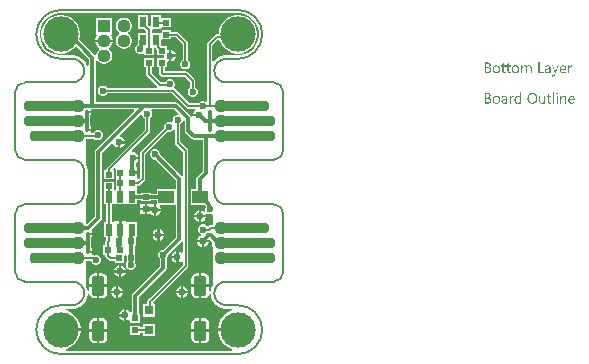
<source format=gbl>
G04*
G04 #@! TF.GenerationSoftware,Altium Limited,Altium Designer,21.3.1 (25)*
G04*
G04 Layer_Physical_Order=2*
G04 Layer_Color=16711680*
%FSAX25Y25*%
%MOIN*%
G70*
G04*
G04 #@! TF.SameCoordinates,F5ED4B0F-9D4D-4CB6-A318-13B1BB274F9C*
G04*
G04*
G04 #@! TF.FilePolarity,Positive*
G04*
G01*
G75*
%ADD11C,0.00787*%
%ADD16R,0.01968X0.02165*%
%ADD30R,0.02165X0.01968*%
%ADD53R,0.03150X0.03150*%
%ADD59C,0.01339*%
%ADD60C,0.01181*%
%ADD61C,0.04370*%
%ADD62R,0.04370X0.04370*%
G04:AMPARAMS|DCode=63|XSize=43.31mil|YSize=66.93mil|CornerRadius=10.83mil|HoleSize=0mil|Usage=FLASHONLY|Rotation=0.000|XOffset=0mil|YOffset=0mil|HoleType=Round|Shape=RoundedRectangle|*
%AMROUNDEDRECTD63*
21,1,0.04331,0.04528,0,0,0.0*
21,1,0.02165,0.06693,0,0,0.0*
1,1,0.02165,0.01083,-0.02264*
1,1,0.02165,-0.01083,-0.02264*
1,1,0.02165,-0.01083,0.02264*
1,1,0.02165,0.01083,0.02264*
%
%ADD63ROUNDEDRECTD63*%
%ADD64C,0.11811*%
%ADD65C,0.02362*%
%ADD66R,0.05315X0.04331*%
%ADD67R,0.02362X0.03937*%
%ADD68R,0.02362X0.03543*%
%ADD69R,0.01181X0.00787*%
G04:AMPARAMS|DCode=70|XSize=35.43mil|YSize=188.98mil|CornerRadius=13.82mil|HoleSize=0mil|Usage=FLASHONLY|Rotation=90.000|XOffset=0mil|YOffset=0mil|HoleType=Round|Shape=RoundedRectangle|*
%AMROUNDEDRECTD70*
21,1,0.03543,0.16134,0,0,90.0*
21,1,0.00780,0.18898,0,0,90.0*
1,1,0.02764,0.08067,0.00390*
1,1,0.02764,0.08067,-0.00390*
1,1,0.02764,-0.08067,-0.00390*
1,1,0.02764,-0.08067,0.00390*
%
%ADD70ROUNDEDRECTD70*%
G04:AMPARAMS|DCode=71|XSize=35.43mil|YSize=169.29mil|CornerRadius=13.82mil|HoleSize=0mil|Usage=FLASHONLY|Rotation=90.000|XOffset=0mil|YOffset=0mil|HoleType=Round|Shape=RoundedRectangle|*
%AMROUNDEDRECTD71*
21,1,0.03543,0.14165,0,0,90.0*
21,1,0.00780,0.16929,0,0,90.0*
1,1,0.02764,0.07083,0.00390*
1,1,0.02764,0.07083,-0.00390*
1,1,0.02764,-0.07083,-0.00390*
1,1,0.02764,-0.07083,0.00390*
%
%ADD71ROUNDEDRECTD71*%
G36*
X0029528Y0113544D02*
X0030213D01*
X0031557Y0113277D01*
X0032823Y0112752D01*
X0033963Y0111991D01*
X0034932Y0111022D01*
X0035693Y0109882D01*
X0036217Y0108616D01*
X0036485Y0107272D01*
Y0106587D01*
X0036485Y0106585D01*
X0036485Y0106584D01*
X0036486Y0105893D01*
X0036219Y0104550D01*
X0035695Y0103283D01*
X0034933Y0102143D01*
X0033964Y0101174D01*
X0032824Y0100412D01*
X0031558Y0099888D01*
X0030213Y0099620D01*
X0029528D01*
X0025591Y0099622D01*
X0025564Y0099617D01*
X0025537Y0099621D01*
X0025152Y0099604D01*
X0025062Y0099582D01*
X0024970D01*
X0024213Y0099432D01*
X0024103Y0099386D01*
X0023987Y0099363D01*
X0023274Y0099068D01*
X0023175Y0099002D01*
X0023066Y0098957D01*
X0022424Y0098528D01*
X0022340Y0098444D01*
X0022241Y0098378D01*
X0021696Y0097832D01*
X0021630Y0097734D01*
X0021546Y0097650D01*
X0021482Y0097554D01*
X0020982Y0097706D01*
Y0102972D01*
X0022815Y0104806D01*
X0023359D01*
X0023376Y0104720D01*
X0023858Y0103556D01*
X0024558Y0102508D01*
X0025449Y0101617D01*
X0026497Y0100917D01*
X0027661Y0100435D01*
X0028897Y0100189D01*
X0030158D01*
X0031394Y0100435D01*
X0032558Y0100917D01*
X0033606Y0101617D01*
X0034497Y0102508D01*
X0035197Y0103556D01*
X0035679Y0104720D01*
X0035925Y0105956D01*
Y0107217D01*
X0035679Y0108453D01*
X0035197Y0109617D01*
X0034497Y0110665D01*
X0033606Y0111556D01*
X0032558Y0112256D01*
X0031394Y0112738D01*
X0030158Y0112984D01*
X0028897D01*
X0027661Y0112738D01*
X0026497Y0112256D01*
X0025449Y0111556D01*
X0024558Y0110665D01*
X0023858Y0109617D01*
X0023376Y0108453D01*
X0023130Y0107217D01*
Y0106612D01*
X0022441D01*
X0022095Y0106543D01*
X0021802Y0106347D01*
X0019440Y0103985D01*
X0019244Y0103692D01*
X0019176Y0103347D01*
Y0084436D01*
X0018676Y0084183D01*
X0018230Y0084368D01*
X0017565D01*
X0016950Y0084113D01*
X0016479Y0083642D01*
X0016454Y0083580D01*
X0013428D01*
X0008554Y0088454D01*
X0008542Y0088462D01*
X0008326Y0088898D01*
X0008386Y0089122D01*
X0008563Y0089550D01*
Y0090215D01*
X0008308Y0090830D01*
X0007838Y0091301D01*
X0007223Y0091556D01*
X0006557D01*
X0005942Y0091301D01*
X0005471Y0090830D01*
X0005353Y0090545D01*
X0003941D01*
X0000805Y0093681D01*
Y0095669D01*
X0001476D01*
Y0098622D01*
X-0001673D01*
Y0095669D01*
X-0001002D01*
Y0093307D01*
X-0000933Y0092962D01*
X-0000737Y0092668D01*
X0002713Y0089219D01*
X0002506Y0088719D01*
X-0014077D01*
X-0014096Y0088763D01*
X-0014566Y0089234D01*
X-0015181Y0089489D01*
X-0015847D01*
X-0016462Y0089234D01*
X-0016933Y0088763D01*
X-0017187Y0088148D01*
Y0087483D01*
X-0016933Y0086868D01*
X-0016462Y0086397D01*
X-0015847Y0086142D01*
X-0015181D01*
X-0014566Y0086397D01*
X-0014096Y0086868D01*
X-0014077Y0086912D01*
X0007541D01*
X0012415Y0082038D01*
X0012708Y0081843D01*
X0013054Y0081774D01*
X0015221D01*
X0015344Y0081382D01*
X0015350Y0081274D01*
X0014817Y0080741D01*
X0014519Y0080020D01*
X0016486D01*
Y0079232D01*
X0014512D01*
X0014068Y0079080D01*
X0013811Y0079464D01*
X0009662Y0083613D01*
X0009278Y0083870D01*
X0008825Y0083960D01*
X-0017800D01*
Y0097823D01*
X-0017300Y0097957D01*
X-0017201Y0097785D01*
X-0016703Y0097287D01*
X-0016092Y0096934D01*
X-0015412Y0096752D01*
X-0014707D01*
X-0014026Y0096934D01*
X-0013415Y0097287D01*
X-0012917Y0097785D01*
X-0012564Y0098396D01*
X-0012382Y0099077D01*
Y0099782D01*
X-0012564Y0100462D01*
X-0012917Y0101073D01*
X-0013287Y0101443D01*
X-0013289Y0102019D01*
X-0013234Y0102051D01*
X-0012680Y0102604D01*
X-0012289Y0103282D01*
X-0012087Y0104035D01*
X-0018031D01*
X-0017829Y0103282D01*
X-0017438Y0102604D01*
X-0016884Y0102051D01*
X-0016829Y0102019D01*
X-0016831Y0101443D01*
X-0017201Y0101073D01*
X-0017554Y0100462D01*
X-0017708Y0099887D01*
X-0017924Y0099768D01*
X-0017945Y0099762D01*
X-0018236Y0099734D01*
X-0019143Y0100641D01*
X-0019143Y0100641D01*
X-0020881Y0102378D01*
X-0020881Y0102379D01*
X-0023350Y0104848D01*
X-0023130Y0105956D01*
Y0107217D01*
X-0023376Y0108453D01*
X-0023858Y0109617D01*
X-0024558Y0110665D01*
X-0025449Y0111556D01*
X-0026497Y0112256D01*
X-0027661Y0112738D01*
X-0028897Y0112984D01*
X-0030158D01*
X-0031394Y0112738D01*
X-0032558Y0112256D01*
X-0033606Y0111556D01*
X-0034497Y0110665D01*
X-0035197Y0109617D01*
X-0035679Y0108453D01*
X-0035925Y0107217D01*
Y0105956D01*
X-0035679Y0104720D01*
X-0035197Y0103556D01*
X-0034497Y0102508D01*
X-0033606Y0101617D01*
X-0032558Y0100917D01*
X-0031394Y0100435D01*
X-0030158Y0100189D01*
X-0028897D01*
X-0027661Y0100435D01*
X-0026497Y0100917D01*
X-0025449Y0101617D01*
X-0024813Y0102254D01*
X-0024147Y0102295D01*
X-0022556Y0100704D01*
X-0022556Y0100704D01*
X-0020818Y0098966D01*
X-0020818Y0098966D01*
X-0020169Y0098317D01*
Y0096481D01*
X-0020669Y0096084D01*
X-0020711Y0096094D01*
X-0021006Y0096807D01*
X-0021072Y0096905D01*
X-0021117Y0097015D01*
X-0021546Y0097657D01*
X-0021630Y0097741D01*
X-0021696Y0097839D01*
X-0022242Y0098385D01*
X-0022340Y0098451D01*
X-0022424Y0098535D01*
X-0023066Y0098963D01*
X-0023175Y0099009D01*
X-0023274Y0099075D01*
X-0023987Y0099370D01*
X-0024103Y0099393D01*
X-0024213Y0099439D01*
X-0024970Y0099589D01*
X-0025059D01*
X-0025146Y0099611D01*
X-0025532Y0099630D01*
X-0025561Y0099625D01*
X-0025591Y0099631D01*
X-0029528Y0099629D01*
X-0029529Y0099629D01*
X-0029531Y0099629D01*
X-0030215Y0099628D01*
X-0031558Y0099895D01*
X-0032824Y0100419D01*
X-0033964Y0101181D01*
X-0034933Y0102150D01*
X-0035695Y0103290D01*
X-0036219Y0104557D01*
X-0036487Y0105901D01*
Y0107272D01*
X-0036219Y0108616D01*
X-0035695Y0109883D01*
X-0034933Y0111023D01*
X-0033964Y0111992D01*
X-0032824Y0112754D01*
X-0031558Y0113278D01*
X-0030213Y0113546D01*
X-0029528D01*
X0029528Y0113544D01*
D02*
G37*
G36*
X0126748Y0096265D02*
X0126803Y0096252D01*
X0126865Y0096240D01*
X0126933Y0096215D01*
X0127014Y0096184D01*
X0127088Y0096141D01*
X0127168Y0096091D01*
X0127243Y0096023D01*
X0127311Y0095937D01*
X0127373Y0095837D01*
X0127428Y0095726D01*
X0127465Y0095584D01*
X0127497Y0095429D01*
X0127503Y0095249D01*
Y0093702D01*
X0127100D01*
Y0095144D01*
Y0095151D01*
Y0095163D01*
Y0095181D01*
Y0095212D01*
X0127094Y0095287D01*
X0127082Y0095373D01*
X0127069Y0095472D01*
X0127045Y0095571D01*
X0127014Y0095664D01*
X0126970Y0095745D01*
X0126964Y0095751D01*
X0126946Y0095776D01*
X0126915Y0095807D01*
X0126865Y0095837D01*
X0126809Y0095875D01*
X0126735Y0095899D01*
X0126642Y0095924D01*
X0126537Y0095930D01*
X0126525D01*
X0126494Y0095924D01*
X0126444Y0095918D01*
X0126382Y0095899D01*
X0126314Y0095875D01*
X0126240Y0095831D01*
X0126166Y0095776D01*
X0126098Y0095695D01*
X0126091Y0095683D01*
X0126073Y0095652D01*
X0126042Y0095602D01*
X0126011Y0095534D01*
X0125974Y0095454D01*
X0125949Y0095361D01*
X0125924Y0095249D01*
X0125918Y0095132D01*
Y0093702D01*
X0125516D01*
Y0095194D01*
Y0095200D01*
Y0095225D01*
X0125510Y0095262D01*
Y0095311D01*
X0125497Y0095367D01*
X0125485Y0095429D01*
X0125466Y0095491D01*
X0125448Y0095565D01*
X0125417Y0095633D01*
X0125380Y0095695D01*
X0125330Y0095757D01*
X0125274Y0095813D01*
X0125212Y0095862D01*
X0125132Y0095899D01*
X0125045Y0095924D01*
X0124946Y0095930D01*
X0124934D01*
X0124903Y0095924D01*
X0124853Y0095918D01*
X0124792Y0095906D01*
X0124723Y0095875D01*
X0124649Y0095837D01*
X0124575Y0095782D01*
X0124507Y0095708D01*
X0124501Y0095695D01*
X0124482Y0095670D01*
X0124451Y0095621D01*
X0124420Y0095553D01*
X0124389Y0095472D01*
X0124358Y0095373D01*
X0124340Y0095262D01*
X0124333Y0095132D01*
Y0093702D01*
X0123931D01*
Y0096215D01*
X0124333D01*
Y0095813D01*
X0124346D01*
X0124352Y0095819D01*
X0124358Y0095831D01*
X0124377Y0095856D01*
X0124395Y0095887D01*
X0124457Y0095955D01*
X0124544Y0096042D01*
X0124655Y0096128D01*
X0124785Y0096197D01*
X0124866Y0096228D01*
X0124946Y0096252D01*
X0125033Y0096265D01*
X0125126Y0096271D01*
X0125169D01*
X0125219Y0096265D01*
X0125280Y0096252D01*
X0125349Y0096234D01*
X0125423Y0096209D01*
X0125497Y0096178D01*
X0125571Y0096128D01*
X0125578Y0096122D01*
X0125602Y0096104D01*
X0125633Y0096073D01*
X0125677Y0096029D01*
X0125720Y0095974D01*
X0125763Y0095912D01*
X0125807Y0095837D01*
X0125838Y0095751D01*
X0125844Y0095757D01*
X0125850Y0095776D01*
X0125868Y0095800D01*
X0125887Y0095831D01*
X0125918Y0095875D01*
X0125955Y0095918D01*
X0125998Y0095961D01*
X0126048Y0096011D01*
X0126104Y0096060D01*
X0126166Y0096104D01*
X0126234Y0096153D01*
X0126308Y0096190D01*
X0126389Y0096221D01*
X0126475Y0096246D01*
X0126574Y0096265D01*
X0126673Y0096271D01*
X0126710D01*
X0126748Y0096265D01*
D02*
G37*
G36*
X0140780Y0096252D02*
X0140855Y0096246D01*
X0140898Y0096234D01*
X0140929Y0096221D01*
Y0095807D01*
X0140923Y0095813D01*
X0140910Y0095819D01*
X0140885Y0095831D01*
X0140855Y0095850D01*
X0140811Y0095862D01*
X0140755Y0095875D01*
X0140694Y0095881D01*
X0140626Y0095887D01*
X0140613D01*
X0140582Y0095881D01*
X0140533Y0095875D01*
X0140477Y0095856D01*
X0140403Y0095825D01*
X0140334Y0095782D01*
X0140260Y0095720D01*
X0140192Y0095639D01*
X0140186Y0095627D01*
X0140167Y0095596D01*
X0140137Y0095540D01*
X0140105Y0095466D01*
X0140075Y0095373D01*
X0140044Y0095256D01*
X0140025Y0095126D01*
X0140019Y0094977D01*
Y0093702D01*
X0139617D01*
Y0096215D01*
X0140019D01*
Y0095695D01*
X0140031D01*
Y0095701D01*
X0140037Y0095708D01*
X0140050Y0095739D01*
X0140068Y0095788D01*
X0140099Y0095850D01*
X0140130Y0095912D01*
X0140180Y0095980D01*
X0140229Y0096048D01*
X0140291Y0096110D01*
X0140297Y0096116D01*
X0140322Y0096135D01*
X0140359Y0096159D01*
X0140409Y0096184D01*
X0140464Y0096209D01*
X0140533Y0096234D01*
X0140607Y0096252D01*
X0140687Y0096258D01*
X0140743D01*
X0140780Y0096252D01*
D02*
G37*
G36*
X0135401Y0093300D02*
X0135395Y0093293D01*
X0135389Y0093269D01*
X0135370Y0093225D01*
X0135345Y0093176D01*
X0135315Y0093120D01*
X0135271Y0093052D01*
X0135228Y0092984D01*
X0135178Y0092910D01*
X0135116Y0092835D01*
X0135055Y0092767D01*
X0134980Y0092699D01*
X0134900Y0092643D01*
X0134819Y0092594D01*
X0134726Y0092551D01*
X0134634Y0092526D01*
X0134528Y0092520D01*
X0134473D01*
X0134435Y0092526D01*
X0134355Y0092538D01*
X0134268Y0092557D01*
Y0092916D01*
X0134274D01*
X0134293Y0092910D01*
X0134318Y0092904D01*
X0134349Y0092897D01*
X0134423Y0092879D01*
X0134504Y0092873D01*
X0134516D01*
X0134553Y0092879D01*
X0134609Y0092891D01*
X0134677Y0092916D01*
X0134751Y0092959D01*
X0134788Y0092990D01*
X0134825Y0093027D01*
X0134863Y0093064D01*
X0134900Y0093114D01*
X0134931Y0093170D01*
X0134962Y0093232D01*
X0135166Y0093702D01*
X0134182Y0096215D01*
X0134627D01*
X0135308Y0094278D01*
Y0094271D01*
X0135315Y0094259D01*
X0135321Y0094240D01*
X0135327Y0094216D01*
X0135333Y0094179D01*
X0135345Y0094142D01*
X0135358Y0094086D01*
X0135376D01*
Y0094098D01*
X0135389Y0094135D01*
X0135401Y0094191D01*
X0135426Y0094271D01*
X0136138Y0096215D01*
X0136552D01*
X0135401Y0093300D01*
D02*
G37*
G36*
X0132993Y0096265D02*
X0133049Y0096258D01*
X0133117Y0096240D01*
X0133191Y0096221D01*
X0133272Y0096190D01*
X0133358Y0096153D01*
X0133439Y0096104D01*
X0133519Y0096042D01*
X0133594Y0095968D01*
X0133662Y0095875D01*
X0133717Y0095769D01*
X0133761Y0095646D01*
X0133785Y0095503D01*
X0133798Y0095336D01*
Y0093702D01*
X0133396D01*
Y0094092D01*
X0133383D01*
Y0094086D01*
X0133371Y0094073D01*
X0133358Y0094049D01*
X0133334Y0094024D01*
X0133272Y0093950D01*
X0133191Y0093869D01*
X0133080Y0093789D01*
X0132950Y0093714D01*
X0132869Y0093690D01*
X0132789Y0093665D01*
X0132702Y0093652D01*
X0132609Y0093646D01*
X0132572D01*
X0132547Y0093652D01*
X0132479Y0093659D01*
X0132399Y0093671D01*
X0132300Y0093696D01*
X0132207Y0093727D01*
X0132108Y0093776D01*
X0132021Y0093838D01*
X0132015Y0093850D01*
X0131990Y0093875D01*
X0131953Y0093919D01*
X0131916Y0093980D01*
X0131879Y0094055D01*
X0131842Y0094142D01*
X0131817Y0094247D01*
X0131811Y0094364D01*
Y0094371D01*
Y0094395D01*
X0131817Y0094432D01*
X0131823Y0094476D01*
X0131836Y0094531D01*
X0131854Y0094593D01*
X0131879Y0094661D01*
X0131916Y0094730D01*
X0131959Y0094804D01*
X0132015Y0094878D01*
X0132083Y0094946D01*
X0132164Y0095008D01*
X0132257Y0095070D01*
X0132368Y0095120D01*
X0132492Y0095157D01*
X0132640Y0095188D01*
X0133396Y0095293D01*
Y0095299D01*
Y0095318D01*
X0133389Y0095355D01*
Y0095392D01*
X0133377Y0095441D01*
X0133371Y0095497D01*
X0133334Y0095615D01*
X0133303Y0095670D01*
X0133272Y0095726D01*
X0133228Y0095782D01*
X0133179Y0095831D01*
X0133117Y0095875D01*
X0133049Y0095906D01*
X0132968Y0095924D01*
X0132876Y0095930D01*
X0132832D01*
X0132801Y0095924D01*
X0132758D01*
X0132715Y0095912D01*
X0132603Y0095893D01*
X0132479Y0095856D01*
X0132343Y0095800D01*
X0132269Y0095763D01*
X0132201Y0095726D01*
X0132127Y0095677D01*
X0132059Y0095621D01*
Y0096036D01*
X0132065D01*
X0132077Y0096048D01*
X0132096Y0096060D01*
X0132127Y0096073D01*
X0132158Y0096091D01*
X0132201Y0096110D01*
X0132250Y0096128D01*
X0132306Y0096153D01*
X0132430Y0096197D01*
X0132579Y0096234D01*
X0132739Y0096258D01*
X0132913Y0096271D01*
X0132950D01*
X0132993Y0096265D01*
D02*
G37*
G36*
X0130103Y0094073D02*
X0131514D01*
Y0093702D01*
X0129688D01*
Y0097218D01*
X0130103D01*
Y0094073D01*
D02*
G37*
G36*
X0112888Y0097212D02*
X0112931D01*
X0112975Y0097206D01*
X0113074Y0097193D01*
X0113191Y0097162D01*
X0113315Y0097125D01*
X0113433Y0097069D01*
X0113538Y0096995D01*
X0113544D01*
X0113550Y0096983D01*
X0113581Y0096958D01*
X0113625Y0096908D01*
X0113674Y0096840D01*
X0113717Y0096754D01*
X0113761Y0096655D01*
X0113792Y0096543D01*
X0113804Y0096481D01*
Y0096413D01*
Y0096407D01*
Y0096401D01*
Y0096364D01*
X0113798Y0096308D01*
X0113786Y0096240D01*
X0113767Y0096153D01*
X0113736Y0096067D01*
X0113699Y0095980D01*
X0113643Y0095893D01*
X0113637Y0095881D01*
X0113612Y0095856D01*
X0113575Y0095819D01*
X0113526Y0095769D01*
X0113464Y0095720D01*
X0113390Y0095664D01*
X0113297Y0095621D01*
X0113198Y0095578D01*
Y0095571D01*
X0113216D01*
X0113235Y0095565D01*
X0113253Y0095559D01*
X0113321Y0095547D01*
X0113402Y0095522D01*
X0113488Y0095485D01*
X0113581Y0095441D01*
X0113674Y0095380D01*
X0113761Y0095299D01*
X0113773Y0095287D01*
X0113798Y0095256D01*
X0113829Y0095212D01*
X0113872Y0095144D01*
X0113909Y0095058D01*
X0113947Y0094959D01*
X0113971Y0094841D01*
X0113978Y0094711D01*
Y0094705D01*
Y0094692D01*
Y0094668D01*
X0113971Y0094637D01*
X0113965Y0094599D01*
X0113959Y0094556D01*
X0113934Y0094451D01*
X0113897Y0094333D01*
X0113841Y0094210D01*
X0113804Y0094154D01*
X0113761Y0094092D01*
X0113705Y0094036D01*
X0113649Y0093980D01*
X0113643D01*
X0113637Y0093968D01*
X0113619Y0093956D01*
X0113594Y0093937D01*
X0113563Y0093919D01*
X0113520Y0093894D01*
X0113427Y0093844D01*
X0113309Y0093789D01*
X0113173Y0093745D01*
X0113012Y0093714D01*
X0112931Y0093708D01*
X0112839Y0093702D01*
X0111811D01*
Y0097218D01*
X0112857D01*
X0112888Y0097212D01*
D02*
G37*
G36*
X0119815Y0096215D02*
X0120452D01*
Y0095868D01*
X0119815D01*
Y0094451D01*
Y0094439D01*
Y0094408D01*
X0119821Y0094364D01*
X0119827Y0094309D01*
X0119852Y0094191D01*
X0119870Y0094135D01*
X0119901Y0094092D01*
X0119907Y0094086D01*
X0119920Y0094073D01*
X0119939Y0094061D01*
X0119969Y0094042D01*
X0120007Y0094018D01*
X0120056Y0094005D01*
X0120118Y0093993D01*
X0120186Y0093987D01*
X0120211D01*
X0120242Y0093993D01*
X0120279Y0093999D01*
X0120366Y0094024D01*
X0120409Y0094042D01*
X0120452Y0094067D01*
Y0093721D01*
X0120446D01*
X0120428Y0093708D01*
X0120397Y0093702D01*
X0120353Y0093690D01*
X0120298Y0093677D01*
X0120236Y0093665D01*
X0120161Y0093659D01*
X0120075Y0093652D01*
X0120044D01*
X0120013Y0093659D01*
X0119969Y0093665D01*
X0119920Y0093677D01*
X0119864Y0093690D01*
X0119808Y0093714D01*
X0119747Y0093745D01*
X0119685Y0093783D01*
X0119623Y0093832D01*
X0119567Y0093888D01*
X0119518Y0093962D01*
X0119474Y0094042D01*
X0119443Y0094142D01*
X0119419Y0094253D01*
X0119412Y0094383D01*
Y0095868D01*
X0118985D01*
Y0096215D01*
X0119412D01*
Y0096828D01*
X0119815Y0096958D01*
Y0096215D01*
D02*
G37*
G36*
X0118112D02*
X0118750D01*
Y0095868D01*
X0118112D01*
Y0094451D01*
Y0094439D01*
Y0094408D01*
X0118119Y0094364D01*
X0118125Y0094309D01*
X0118150Y0094191D01*
X0118168Y0094135D01*
X0118199Y0094092D01*
X0118205Y0094086D01*
X0118218Y0094073D01*
X0118236Y0094061D01*
X0118267Y0094042D01*
X0118304Y0094018D01*
X0118354Y0094005D01*
X0118416Y0093993D01*
X0118484Y0093987D01*
X0118509D01*
X0118540Y0093993D01*
X0118577Y0093999D01*
X0118663Y0094024D01*
X0118707Y0094042D01*
X0118750Y0094067D01*
Y0093721D01*
X0118744D01*
X0118725Y0093708D01*
X0118694Y0093702D01*
X0118651Y0093690D01*
X0118595Y0093677D01*
X0118533Y0093665D01*
X0118459Y0093659D01*
X0118372Y0093652D01*
X0118342D01*
X0118310Y0093659D01*
X0118267Y0093665D01*
X0118218Y0093677D01*
X0118162Y0093690D01*
X0118106Y0093714D01*
X0118044Y0093745D01*
X0117982Y0093783D01*
X0117921Y0093832D01*
X0117865Y0093888D01*
X0117815Y0093962D01*
X0117772Y0094042D01*
X0117741Y0094142D01*
X0117716Y0094253D01*
X0117710Y0094383D01*
Y0095868D01*
X0117283D01*
Y0096215D01*
X0117710D01*
Y0096828D01*
X0118112Y0096958D01*
Y0096215D01*
D02*
G37*
G36*
X0138057Y0096265D02*
X0138100Y0096258D01*
X0138143Y0096252D01*
X0138255Y0096234D01*
X0138379Y0096190D01*
X0138502Y0096135D01*
X0138564Y0096097D01*
X0138626Y0096054D01*
X0138682Y0096005D01*
X0138737Y0095949D01*
X0138744Y0095943D01*
X0138750Y0095937D01*
X0138762Y0095918D01*
X0138781Y0095893D01*
X0138799Y0095856D01*
X0138824Y0095819D01*
X0138849Y0095776D01*
X0138874Y0095720D01*
X0138899Y0095658D01*
X0138923Y0095596D01*
X0138948Y0095522D01*
X0138967Y0095441D01*
X0138985Y0095355D01*
X0138997Y0095268D01*
X0139010Y0095169D01*
Y0095064D01*
Y0094853D01*
X0137233D01*
Y0094847D01*
Y0094835D01*
Y0094816D01*
X0137240Y0094785D01*
X0137246Y0094748D01*
Y0094711D01*
X0137264Y0094612D01*
X0137295Y0094513D01*
X0137332Y0094402D01*
X0137388Y0094296D01*
X0137456Y0094203D01*
X0137469Y0094191D01*
X0137493Y0094166D01*
X0137543Y0094135D01*
X0137611Y0094092D01*
X0137698Y0094049D01*
X0137797Y0094018D01*
X0137914Y0093993D01*
X0138050Y0093980D01*
X0138094D01*
X0138125Y0093987D01*
X0138162D01*
X0138205Y0093993D01*
X0138310Y0094018D01*
X0138428Y0094049D01*
X0138558Y0094098D01*
X0138694Y0094166D01*
X0138762Y0094210D01*
X0138830Y0094259D01*
Y0093881D01*
X0138824D01*
X0138818Y0093869D01*
X0138799Y0093863D01*
X0138768Y0093844D01*
X0138737Y0093826D01*
X0138700Y0093807D01*
X0138651Y0093789D01*
X0138601Y0093764D01*
X0138539Y0093739D01*
X0138471Y0093721D01*
X0138323Y0093683D01*
X0138149Y0093659D01*
X0137958Y0093646D01*
X0137908D01*
X0137871Y0093652D01*
X0137828Y0093659D01*
X0137772Y0093665D01*
X0137654Y0093690D01*
X0137518Y0093727D01*
X0137382Y0093789D01*
X0137314Y0093832D01*
X0137246Y0093875D01*
X0137184Y0093925D01*
X0137122Y0093987D01*
X0137116Y0093993D01*
X0137109Y0094005D01*
X0137097Y0094024D01*
X0137072Y0094049D01*
X0137054Y0094086D01*
X0137029Y0094129D01*
X0136998Y0094179D01*
X0136973Y0094234D01*
X0136942Y0094296D01*
X0136918Y0094371D01*
X0136887Y0094451D01*
X0136868Y0094538D01*
X0136850Y0094630D01*
X0136831Y0094730D01*
X0136825Y0094835D01*
X0136819Y0094946D01*
Y0094952D01*
Y0094971D01*
Y0095002D01*
X0136825Y0095045D01*
X0136831Y0095095D01*
X0136837Y0095151D01*
X0136843Y0095218D01*
X0136862Y0095287D01*
X0136899Y0095435D01*
X0136955Y0095596D01*
X0136992Y0095677D01*
X0137041Y0095751D01*
X0137091Y0095831D01*
X0137147Y0095899D01*
X0137153Y0095906D01*
X0137165Y0095918D01*
X0137184Y0095937D01*
X0137209Y0095955D01*
X0137240Y0095986D01*
X0137277Y0096017D01*
X0137326Y0096048D01*
X0137376Y0096085D01*
X0137493Y0096153D01*
X0137636Y0096215D01*
X0137716Y0096234D01*
X0137797Y0096252D01*
X0137883Y0096265D01*
X0137976Y0096271D01*
X0138026D01*
X0138057Y0096265D01*
D02*
G37*
G36*
X0122192D02*
X0122235Y0096258D01*
X0122291Y0096252D01*
X0122415Y0096228D01*
X0122557Y0096184D01*
X0122699Y0096122D01*
X0122774Y0096085D01*
X0122842Y0096042D01*
X0122910Y0095986D01*
X0122972Y0095924D01*
X0122978Y0095918D01*
X0122984Y0095906D01*
X0123003Y0095887D01*
X0123021Y0095862D01*
X0123046Y0095825D01*
X0123071Y0095782D01*
X0123102Y0095732D01*
X0123133Y0095677D01*
X0123157Y0095609D01*
X0123188Y0095540D01*
X0123213Y0095460D01*
X0123238Y0095373D01*
X0123256Y0095280D01*
X0123275Y0095181D01*
X0123281Y0095076D01*
X0123287Y0094965D01*
Y0094959D01*
Y0094940D01*
Y0094909D01*
X0123281Y0094866D01*
X0123275Y0094816D01*
X0123269Y0094754D01*
X0123256Y0094692D01*
X0123244Y0094618D01*
X0123207Y0094470D01*
X0123145Y0094309D01*
X0123108Y0094228D01*
X0123058Y0094148D01*
X0123009Y0094073D01*
X0122947Y0094005D01*
X0122941Y0093999D01*
X0122928Y0093993D01*
X0122910Y0093974D01*
X0122885Y0093950D01*
X0122848Y0093925D01*
X0122811Y0093894D01*
X0122761Y0093857D01*
X0122705Y0093826D01*
X0122643Y0093795D01*
X0122575Y0093758D01*
X0122501Y0093727D01*
X0122421Y0093702D01*
X0122334Y0093677D01*
X0122241Y0093665D01*
X0122142Y0093652D01*
X0122037Y0093646D01*
X0121981D01*
X0121944Y0093652D01*
X0121901Y0093659D01*
X0121845Y0093665D01*
X0121783Y0093677D01*
X0121715Y0093690D01*
X0121573Y0093733D01*
X0121424Y0093795D01*
X0121350Y0093832D01*
X0121282Y0093881D01*
X0121214Y0093931D01*
X0121145Y0093993D01*
X0121139Y0093999D01*
X0121133Y0094011D01*
X0121115Y0094030D01*
X0121096Y0094055D01*
X0121071Y0094092D01*
X0121040Y0094135D01*
X0121009Y0094185D01*
X0120985Y0094240D01*
X0120954Y0094309D01*
X0120923Y0094377D01*
X0120892Y0094451D01*
X0120867Y0094538D01*
X0120830Y0094723D01*
X0120824Y0094822D01*
X0120817Y0094928D01*
Y0094934D01*
Y0094959D01*
Y0094990D01*
X0120824Y0095033D01*
X0120830Y0095082D01*
X0120836Y0095144D01*
X0120848Y0095212D01*
X0120861Y0095287D01*
X0120898Y0095448D01*
X0120960Y0095609D01*
X0121003Y0095689D01*
X0121046Y0095769D01*
X0121096Y0095844D01*
X0121158Y0095912D01*
X0121164Y0095918D01*
X0121177Y0095930D01*
X0121195Y0095943D01*
X0121220Y0095968D01*
X0121257Y0095992D01*
X0121300Y0096023D01*
X0121350Y0096060D01*
X0121405Y0096091D01*
X0121467Y0096122D01*
X0121542Y0096159D01*
X0121616Y0096190D01*
X0121703Y0096215D01*
X0121789Y0096240D01*
X0121888Y0096258D01*
X0121994Y0096265D01*
X0122099Y0096271D01*
X0122154D01*
X0122192Y0096265D01*
D02*
G37*
G36*
X0115841D02*
X0115884Y0096258D01*
X0115940Y0096252D01*
X0116064Y0096228D01*
X0116206Y0096184D01*
X0116348Y0096122D01*
X0116423Y0096085D01*
X0116491Y0096042D01*
X0116559Y0095986D01*
X0116621Y0095924D01*
X0116627Y0095918D01*
X0116633Y0095906D01*
X0116652Y0095887D01*
X0116670Y0095862D01*
X0116695Y0095825D01*
X0116720Y0095782D01*
X0116751Y0095732D01*
X0116782Y0095677D01*
X0116806Y0095609D01*
X0116837Y0095540D01*
X0116862Y0095460D01*
X0116887Y0095373D01*
X0116905Y0095280D01*
X0116924Y0095181D01*
X0116930Y0095076D01*
X0116936Y0094965D01*
Y0094959D01*
Y0094940D01*
Y0094909D01*
X0116930Y0094866D01*
X0116924Y0094816D01*
X0116918Y0094754D01*
X0116905Y0094692D01*
X0116893Y0094618D01*
X0116856Y0094470D01*
X0116794Y0094309D01*
X0116757Y0094228D01*
X0116707Y0094148D01*
X0116658Y0094073D01*
X0116596Y0094005D01*
X0116590Y0093999D01*
X0116577Y0093993D01*
X0116559Y0093974D01*
X0116534Y0093950D01*
X0116497Y0093925D01*
X0116460Y0093894D01*
X0116410Y0093857D01*
X0116355Y0093826D01*
X0116293Y0093795D01*
X0116225Y0093758D01*
X0116150Y0093727D01*
X0116070Y0093702D01*
X0115983Y0093677D01*
X0115890Y0093665D01*
X0115791Y0093652D01*
X0115686Y0093646D01*
X0115630D01*
X0115593Y0093652D01*
X0115550Y0093659D01*
X0115494Y0093665D01*
X0115432Y0093677D01*
X0115364Y0093690D01*
X0115222Y0093733D01*
X0115073Y0093795D01*
X0114999Y0093832D01*
X0114931Y0093881D01*
X0114863Y0093931D01*
X0114795Y0093993D01*
X0114788Y0093999D01*
X0114782Y0094011D01*
X0114764Y0094030D01*
X0114745Y0094055D01*
X0114720Y0094092D01*
X0114689Y0094135D01*
X0114658Y0094185D01*
X0114634Y0094240D01*
X0114603Y0094309D01*
X0114572Y0094377D01*
X0114541Y0094451D01*
X0114516Y0094538D01*
X0114479Y0094723D01*
X0114473Y0094822D01*
X0114467Y0094928D01*
Y0094934D01*
Y0094959D01*
Y0094990D01*
X0114473Y0095033D01*
X0114479Y0095082D01*
X0114485Y0095144D01*
X0114497Y0095212D01*
X0114510Y0095287D01*
X0114547Y0095448D01*
X0114609Y0095609D01*
X0114652Y0095689D01*
X0114696Y0095769D01*
X0114745Y0095844D01*
X0114807Y0095912D01*
X0114813Y0095918D01*
X0114825Y0095930D01*
X0114844Y0095943D01*
X0114869Y0095968D01*
X0114906Y0095992D01*
X0114949Y0096023D01*
X0114999Y0096060D01*
X0115055Y0096091D01*
X0115117Y0096122D01*
X0115191Y0096159D01*
X0115265Y0096190D01*
X0115352Y0096215D01*
X0115438Y0096240D01*
X0115537Y0096258D01*
X0115643Y0096265D01*
X0115748Y0096271D01*
X0115804D01*
X0115841Y0096265D01*
D02*
G37*
G36*
X0136020Y0087185D02*
X0136045D01*
X0136101Y0087160D01*
X0136132Y0087141D01*
X0136162Y0087117D01*
X0136169Y0087111D01*
X0136175Y0087104D01*
X0136206Y0087067D01*
X0136231Y0087005D01*
X0136237Y0086968D01*
X0136243Y0086931D01*
Y0086925D01*
Y0086912D01*
X0136237Y0086894D01*
X0136231Y0086869D01*
X0136212Y0086807D01*
X0136187Y0086776D01*
X0136162Y0086745D01*
X0136156D01*
X0136150Y0086733D01*
X0136113Y0086708D01*
X0136057Y0086683D01*
X0136020Y0086677D01*
X0135983Y0086671D01*
X0135964D01*
X0135946Y0086677D01*
X0135921D01*
X0135859Y0086702D01*
X0135828Y0086714D01*
X0135797Y0086739D01*
Y0086745D01*
X0135785Y0086752D01*
X0135773Y0086770D01*
X0135760Y0086789D01*
X0135735Y0086851D01*
X0135729Y0086888D01*
X0135723Y0086931D01*
Y0086937D01*
Y0086949D01*
X0135729Y0086968D01*
X0135735Y0086999D01*
X0135754Y0087055D01*
X0135773Y0087086D01*
X0135797Y0087117D01*
X0135803Y0087123D01*
X0135810Y0087129D01*
X0135847Y0087154D01*
X0135909Y0087179D01*
X0135946Y0087191D01*
X0136002D01*
X0136020Y0087185D01*
D02*
G37*
G36*
X0124030Y0083520D02*
X0123628D01*
Y0083941D01*
X0123615D01*
Y0083935D01*
X0123603Y0083923D01*
X0123584Y0083898D01*
X0123566Y0083867D01*
X0123535Y0083830D01*
X0123498Y0083793D01*
X0123454Y0083749D01*
X0123405Y0083706D01*
X0123349Y0083657D01*
X0123281Y0083613D01*
X0123213Y0083576D01*
X0123133Y0083539D01*
X0123052Y0083508D01*
X0122959Y0083483D01*
X0122860Y0083471D01*
X0122755Y0083465D01*
X0122712D01*
X0122675Y0083471D01*
X0122637Y0083477D01*
X0122588Y0083483D01*
X0122483Y0083508D01*
X0122359Y0083545D01*
X0122235Y0083607D01*
X0122167Y0083644D01*
X0122111Y0083687D01*
X0122049Y0083743D01*
X0121994Y0083799D01*
Y0083805D01*
X0121981Y0083817D01*
X0121969Y0083836D01*
X0121950Y0083861D01*
X0121932Y0083892D01*
X0121907Y0083935D01*
X0121882Y0083985D01*
X0121857Y0084040D01*
X0121826Y0084102D01*
X0121802Y0084170D01*
X0121777Y0084245D01*
X0121758Y0084325D01*
X0121740Y0084412D01*
X0121727Y0084511D01*
X0121721Y0084610D01*
X0121715Y0084715D01*
Y0084721D01*
Y0084740D01*
Y0084777D01*
X0121721Y0084820D01*
X0121727Y0084870D01*
X0121734Y0084932D01*
X0121740Y0085000D01*
X0121752Y0085074D01*
X0121789Y0085235D01*
X0121845Y0085402D01*
X0121882Y0085483D01*
X0121925Y0085563D01*
X0121969Y0085637D01*
X0122025Y0085711D01*
X0122031Y0085718D01*
X0122037Y0085730D01*
X0122055Y0085749D01*
X0122080Y0085773D01*
X0122111Y0085798D01*
X0122154Y0085829D01*
X0122198Y0085866D01*
X0122247Y0085903D01*
X0122371Y0085971D01*
X0122513Y0086033D01*
X0122594Y0086052D01*
X0122681Y0086071D01*
X0122767Y0086083D01*
X0122866Y0086089D01*
X0122916D01*
X0122953Y0086083D01*
X0122990Y0086077D01*
X0123040Y0086071D01*
X0123151Y0086040D01*
X0123275Y0085990D01*
X0123337Y0085959D01*
X0123399Y0085916D01*
X0123461Y0085873D01*
X0123516Y0085817D01*
X0123566Y0085755D01*
X0123615Y0085681D01*
X0123628D01*
Y0087240D01*
X0124030D01*
Y0083520D01*
D02*
G37*
G36*
X0138298Y0086083D02*
X0138372Y0086077D01*
X0138465Y0086058D01*
X0138564Y0086027D01*
X0138669Y0085978D01*
X0138775Y0085910D01*
X0138818Y0085873D01*
X0138861Y0085823D01*
X0138874Y0085811D01*
X0138899Y0085773D01*
X0138929Y0085711D01*
X0138973Y0085625D01*
X0139010Y0085520D01*
X0139047Y0085390D01*
X0139072Y0085235D01*
X0139078Y0085055D01*
Y0083520D01*
X0138676D01*
Y0084950D01*
Y0084956D01*
Y0084987D01*
X0138669Y0085024D01*
Y0085074D01*
X0138657Y0085136D01*
X0138645Y0085204D01*
X0138626Y0085278D01*
X0138601Y0085352D01*
X0138570Y0085427D01*
X0138533Y0085495D01*
X0138484Y0085563D01*
X0138428Y0085625D01*
X0138366Y0085674D01*
X0138286Y0085711D01*
X0138199Y0085742D01*
X0138094Y0085749D01*
X0138081D01*
X0138044Y0085742D01*
X0137988Y0085736D01*
X0137920Y0085718D01*
X0137840Y0085693D01*
X0137753Y0085650D01*
X0137673Y0085594D01*
X0137592Y0085520D01*
X0137586Y0085507D01*
X0137561Y0085483D01*
X0137531Y0085433D01*
X0137493Y0085365D01*
X0137456Y0085284D01*
X0137425Y0085185D01*
X0137400Y0085074D01*
X0137394Y0084950D01*
Y0083520D01*
X0136992D01*
Y0086033D01*
X0137394D01*
Y0085612D01*
X0137407D01*
X0137413Y0085619D01*
X0137419Y0085631D01*
X0137438Y0085656D01*
X0137462Y0085687D01*
X0137487Y0085724D01*
X0137524Y0085761D01*
X0137568Y0085804D01*
X0137617Y0085854D01*
X0137673Y0085897D01*
X0137735Y0085941D01*
X0137803Y0085978D01*
X0137877Y0086015D01*
X0137951Y0086046D01*
X0138038Y0086071D01*
X0138131Y0086083D01*
X0138230Y0086089D01*
X0138267D01*
X0138298Y0086083D01*
D02*
G37*
G36*
X0121300Y0086071D02*
X0121375Y0086064D01*
X0121418Y0086052D01*
X0121449Y0086040D01*
Y0085625D01*
X0121443Y0085631D01*
X0121430Y0085637D01*
X0121405Y0085650D01*
X0121375Y0085668D01*
X0121331Y0085681D01*
X0121275Y0085693D01*
X0121214Y0085699D01*
X0121145Y0085705D01*
X0121133D01*
X0121102Y0085699D01*
X0121053Y0085693D01*
X0120997Y0085674D01*
X0120923Y0085644D01*
X0120855Y0085600D01*
X0120780Y0085538D01*
X0120712Y0085458D01*
X0120706Y0085445D01*
X0120687Y0085414D01*
X0120657Y0085359D01*
X0120626Y0085284D01*
X0120595Y0085192D01*
X0120564Y0085074D01*
X0120545Y0084944D01*
X0120539Y0084795D01*
Y0083520D01*
X0120137D01*
Y0086033D01*
X0120539D01*
Y0085514D01*
X0120551D01*
Y0085520D01*
X0120557Y0085526D01*
X0120570Y0085557D01*
X0120588Y0085606D01*
X0120619Y0085668D01*
X0120650Y0085730D01*
X0120700Y0085798D01*
X0120749Y0085866D01*
X0120811Y0085928D01*
X0120817Y0085934D01*
X0120842Y0085953D01*
X0120879Y0085978D01*
X0120929Y0086002D01*
X0120985Y0086027D01*
X0121053Y0086052D01*
X0121127Y0086071D01*
X0121207Y0086077D01*
X0121263D01*
X0121300Y0086071D01*
D02*
G37*
G36*
X0132040Y0083520D02*
X0131638D01*
Y0083916D01*
X0131625D01*
Y0083910D01*
X0131613Y0083898D01*
X0131600Y0083873D01*
X0131576Y0083848D01*
X0131520Y0083774D01*
X0131433Y0083694D01*
X0131384Y0083650D01*
X0131328Y0083607D01*
X0131266Y0083570D01*
X0131192Y0083533D01*
X0131118Y0083508D01*
X0131037Y0083483D01*
X0130944Y0083471D01*
X0130851Y0083465D01*
X0130814D01*
X0130771Y0083471D01*
X0130709Y0083483D01*
X0130641Y0083495D01*
X0130567Y0083520D01*
X0130486Y0083551D01*
X0130406Y0083601D01*
X0130319Y0083657D01*
X0130239Y0083725D01*
X0130164Y0083811D01*
X0130096Y0083916D01*
X0130034Y0084034D01*
X0129991Y0084176D01*
X0129966Y0084344D01*
X0129954Y0084430D01*
Y0084529D01*
Y0086033D01*
X0130350D01*
Y0084591D01*
Y0084585D01*
Y0084560D01*
X0130356Y0084517D01*
X0130362Y0084467D01*
X0130369Y0084405D01*
X0130381Y0084344D01*
X0130400Y0084269D01*
X0130424Y0084195D01*
X0130462Y0084121D01*
X0130499Y0084053D01*
X0130548Y0083985D01*
X0130610Y0083923D01*
X0130678Y0083873D01*
X0130759Y0083836D01*
X0130858Y0083805D01*
X0130963Y0083799D01*
X0130975D01*
X0131012Y0083805D01*
X0131068Y0083811D01*
X0131130Y0083824D01*
X0131210Y0083855D01*
X0131291Y0083892D01*
X0131371Y0083941D01*
X0131446Y0084016D01*
X0131452Y0084028D01*
X0131477Y0084053D01*
X0131508Y0084102D01*
X0131545Y0084170D01*
X0131576Y0084251D01*
X0131607Y0084350D01*
X0131631Y0084461D01*
X0131638Y0084585D01*
Y0086033D01*
X0132040D01*
Y0083520D01*
D02*
G37*
G36*
X0136175D02*
X0135773D01*
Y0086033D01*
X0136175D01*
Y0083520D01*
D02*
G37*
G36*
X0134955D02*
X0134553D01*
Y0087240D01*
X0134955D01*
Y0083520D01*
D02*
G37*
G36*
X0118577Y0086083D02*
X0118632Y0086077D01*
X0118701Y0086058D01*
X0118775Y0086040D01*
X0118855Y0086009D01*
X0118942Y0085971D01*
X0119022Y0085922D01*
X0119103Y0085860D01*
X0119177Y0085786D01*
X0119245Y0085693D01*
X0119301Y0085588D01*
X0119344Y0085464D01*
X0119369Y0085322D01*
X0119381Y0085154D01*
Y0083520D01*
X0118979D01*
Y0083910D01*
X0118967D01*
Y0083904D01*
X0118954Y0083892D01*
X0118942Y0083867D01*
X0118917Y0083842D01*
X0118855Y0083768D01*
X0118775Y0083687D01*
X0118663Y0083607D01*
X0118533Y0083533D01*
X0118453Y0083508D01*
X0118372Y0083483D01*
X0118286Y0083471D01*
X0118193Y0083465D01*
X0118156D01*
X0118131Y0083471D01*
X0118063Y0083477D01*
X0117982Y0083489D01*
X0117883Y0083514D01*
X0117791Y0083545D01*
X0117692Y0083595D01*
X0117605Y0083657D01*
X0117599Y0083669D01*
X0117574Y0083694D01*
X0117537Y0083737D01*
X0117500Y0083799D01*
X0117463Y0083873D01*
X0117425Y0083960D01*
X0117401Y0084065D01*
X0117394Y0084183D01*
Y0084189D01*
Y0084214D01*
X0117401Y0084251D01*
X0117407Y0084294D01*
X0117419Y0084350D01*
X0117438Y0084412D01*
X0117463Y0084480D01*
X0117500Y0084548D01*
X0117543Y0084622D01*
X0117599Y0084696D01*
X0117667Y0084764D01*
X0117747Y0084826D01*
X0117840Y0084888D01*
X0117952Y0084938D01*
X0118075Y0084975D01*
X0118224Y0085006D01*
X0118979Y0085111D01*
Y0085117D01*
Y0085136D01*
X0118973Y0085173D01*
Y0085210D01*
X0118960Y0085260D01*
X0118954Y0085315D01*
X0118917Y0085433D01*
X0118886Y0085489D01*
X0118855Y0085544D01*
X0118812Y0085600D01*
X0118762Y0085650D01*
X0118701Y0085693D01*
X0118632Y0085724D01*
X0118552Y0085742D01*
X0118459Y0085749D01*
X0118416D01*
X0118385Y0085742D01*
X0118342D01*
X0118298Y0085730D01*
X0118187Y0085711D01*
X0118063Y0085674D01*
X0117927Y0085619D01*
X0117852Y0085582D01*
X0117784Y0085544D01*
X0117710Y0085495D01*
X0117642Y0085439D01*
Y0085854D01*
X0117648D01*
X0117661Y0085866D01*
X0117679Y0085879D01*
X0117710Y0085891D01*
X0117741Y0085910D01*
X0117784Y0085928D01*
X0117834Y0085947D01*
X0117890Y0085971D01*
X0118013Y0086015D01*
X0118162Y0086052D01*
X0118323Y0086077D01*
X0118496Y0086089D01*
X0118533D01*
X0118577Y0086083D01*
D02*
G37*
G36*
X0112888Y0087030D02*
X0112931D01*
X0112975Y0087024D01*
X0113074Y0087011D01*
X0113191Y0086980D01*
X0113315Y0086943D01*
X0113433Y0086888D01*
X0113538Y0086813D01*
X0113544D01*
X0113550Y0086801D01*
X0113581Y0086776D01*
X0113625Y0086727D01*
X0113674Y0086659D01*
X0113717Y0086572D01*
X0113761Y0086473D01*
X0113792Y0086361D01*
X0113804Y0086300D01*
Y0086231D01*
Y0086225D01*
Y0086219D01*
Y0086182D01*
X0113798Y0086126D01*
X0113786Y0086058D01*
X0113767Y0085971D01*
X0113736Y0085885D01*
X0113699Y0085798D01*
X0113643Y0085711D01*
X0113637Y0085699D01*
X0113612Y0085674D01*
X0113575Y0085637D01*
X0113526Y0085588D01*
X0113464Y0085538D01*
X0113390Y0085483D01*
X0113297Y0085439D01*
X0113198Y0085396D01*
Y0085390D01*
X0113216D01*
X0113235Y0085383D01*
X0113253Y0085377D01*
X0113321Y0085365D01*
X0113402Y0085340D01*
X0113488Y0085303D01*
X0113581Y0085260D01*
X0113674Y0085198D01*
X0113761Y0085117D01*
X0113773Y0085105D01*
X0113798Y0085074D01*
X0113829Y0085031D01*
X0113872Y0084963D01*
X0113909Y0084876D01*
X0113947Y0084777D01*
X0113971Y0084659D01*
X0113978Y0084529D01*
Y0084523D01*
Y0084511D01*
Y0084486D01*
X0113971Y0084455D01*
X0113965Y0084418D01*
X0113959Y0084374D01*
X0113934Y0084269D01*
X0113897Y0084152D01*
X0113841Y0084028D01*
X0113804Y0083972D01*
X0113761Y0083910D01*
X0113705Y0083855D01*
X0113649Y0083799D01*
X0113643D01*
X0113637Y0083786D01*
X0113619Y0083774D01*
X0113594Y0083755D01*
X0113563Y0083737D01*
X0113520Y0083712D01*
X0113427Y0083663D01*
X0113309Y0083607D01*
X0113173Y0083564D01*
X0113012Y0083533D01*
X0112931Y0083526D01*
X0112839Y0083520D01*
X0111811D01*
Y0087036D01*
X0112857D01*
X0112888Y0087030D01*
D02*
G37*
G36*
X0133383Y0086033D02*
X0134021D01*
Y0085687D01*
X0133383D01*
Y0084269D01*
Y0084257D01*
Y0084226D01*
X0133389Y0084183D01*
X0133396Y0084127D01*
X0133420Y0084009D01*
X0133439Y0083954D01*
X0133470Y0083910D01*
X0133476Y0083904D01*
X0133488Y0083892D01*
X0133507Y0083879D01*
X0133538Y0083861D01*
X0133575Y0083836D01*
X0133625Y0083824D01*
X0133686Y0083811D01*
X0133755Y0083805D01*
X0133779D01*
X0133810Y0083811D01*
X0133847Y0083817D01*
X0133934Y0083842D01*
X0133977Y0083861D01*
X0134021Y0083886D01*
Y0083539D01*
X0134015D01*
X0133996Y0083526D01*
X0133965Y0083520D01*
X0133922Y0083508D01*
X0133866Y0083495D01*
X0133804Y0083483D01*
X0133730Y0083477D01*
X0133643Y0083471D01*
X0133612D01*
X0133581Y0083477D01*
X0133538Y0083483D01*
X0133488Y0083495D01*
X0133433Y0083508D01*
X0133377Y0083533D01*
X0133315Y0083564D01*
X0133253Y0083601D01*
X0133191Y0083650D01*
X0133136Y0083706D01*
X0133086Y0083780D01*
X0133043Y0083861D01*
X0133012Y0083960D01*
X0132987Y0084071D01*
X0132981Y0084201D01*
Y0085687D01*
X0132554D01*
Y0086033D01*
X0132981D01*
Y0086646D01*
X0133383Y0086776D01*
Y0086033D01*
D02*
G37*
G36*
X0140910Y0086083D02*
X0140954Y0086077D01*
X0140997Y0086071D01*
X0141108Y0086052D01*
X0141232Y0086009D01*
X0141356Y0085953D01*
X0141418Y0085916D01*
X0141480Y0085873D01*
X0141535Y0085823D01*
X0141591Y0085767D01*
X0141597Y0085761D01*
X0141604Y0085755D01*
X0141616Y0085736D01*
X0141634Y0085711D01*
X0141653Y0085674D01*
X0141678Y0085637D01*
X0141702Y0085594D01*
X0141727Y0085538D01*
X0141752Y0085476D01*
X0141777Y0085414D01*
X0141802Y0085340D01*
X0141820Y0085260D01*
X0141839Y0085173D01*
X0141851Y0085086D01*
X0141864Y0084987D01*
Y0084882D01*
Y0084672D01*
X0140087D01*
Y0084665D01*
Y0084653D01*
Y0084635D01*
X0140093Y0084604D01*
X0140099Y0084566D01*
Y0084529D01*
X0140118Y0084430D01*
X0140149Y0084331D01*
X0140186Y0084220D01*
X0140242Y0084114D01*
X0140310Y0084022D01*
X0140322Y0084009D01*
X0140347Y0083985D01*
X0140396Y0083954D01*
X0140464Y0083910D01*
X0140551Y0083867D01*
X0140650Y0083836D01*
X0140768Y0083811D01*
X0140904Y0083799D01*
X0140947D01*
X0140978Y0083805D01*
X0141015D01*
X0141059Y0083811D01*
X0141164Y0083836D01*
X0141282Y0083867D01*
X0141412Y0083916D01*
X0141548Y0083985D01*
X0141616Y0084028D01*
X0141684Y0084077D01*
Y0083700D01*
X0141678D01*
X0141672Y0083687D01*
X0141653Y0083681D01*
X0141622Y0083663D01*
X0141591Y0083644D01*
X0141554Y0083626D01*
X0141504Y0083607D01*
X0141455Y0083582D01*
X0141393Y0083557D01*
X0141325Y0083539D01*
X0141176Y0083502D01*
X0141003Y0083477D01*
X0140811Y0083465D01*
X0140762D01*
X0140725Y0083471D01*
X0140681Y0083477D01*
X0140626Y0083483D01*
X0140508Y0083508D01*
X0140372Y0083545D01*
X0140235Y0083607D01*
X0140167Y0083650D01*
X0140099Y0083694D01*
X0140037Y0083743D01*
X0139976Y0083805D01*
X0139969Y0083811D01*
X0139963Y0083824D01*
X0139951Y0083842D01*
X0139926Y0083867D01*
X0139907Y0083904D01*
X0139883Y0083947D01*
X0139852Y0083997D01*
X0139827Y0084053D01*
X0139796Y0084114D01*
X0139771Y0084189D01*
X0139740Y0084269D01*
X0139722Y0084356D01*
X0139703Y0084449D01*
X0139685Y0084548D01*
X0139678Y0084653D01*
X0139672Y0084764D01*
Y0084771D01*
Y0084789D01*
Y0084820D01*
X0139678Y0084864D01*
X0139685Y0084913D01*
X0139691Y0084969D01*
X0139697Y0085037D01*
X0139716Y0085105D01*
X0139753Y0085254D01*
X0139808Y0085414D01*
X0139846Y0085495D01*
X0139895Y0085569D01*
X0139945Y0085650D01*
X0140000Y0085718D01*
X0140006Y0085724D01*
X0140019Y0085736D01*
X0140037Y0085755D01*
X0140062Y0085773D01*
X0140093Y0085804D01*
X0140130Y0085835D01*
X0140180Y0085866D01*
X0140229Y0085903D01*
X0140347Y0085971D01*
X0140489Y0086033D01*
X0140570Y0086052D01*
X0140650Y0086071D01*
X0140737Y0086083D01*
X0140830Y0086089D01*
X0140879D01*
X0140910Y0086083D01*
D02*
G37*
G36*
X0127868Y0087092D02*
X0127930Y0087086D01*
X0128004Y0087073D01*
X0128085Y0087055D01*
X0128171Y0087036D01*
X0128258Y0087011D01*
X0128357Y0086980D01*
X0128450Y0086937D01*
X0128549Y0086888D01*
X0128648Y0086832D01*
X0128741Y0086764D01*
X0128833Y0086690D01*
X0128920Y0086603D01*
X0128926Y0086597D01*
X0128939Y0086578D01*
X0128963Y0086553D01*
X0128988Y0086516D01*
X0129025Y0086467D01*
X0129063Y0086405D01*
X0129100Y0086337D01*
X0129143Y0086263D01*
X0129186Y0086170D01*
X0129224Y0086077D01*
X0129261Y0085971D01*
X0129298Y0085854D01*
X0129323Y0085736D01*
X0129347Y0085606D01*
X0129360Y0085464D01*
X0129366Y0085322D01*
Y0085309D01*
Y0085284D01*
Y0085241D01*
X0129360Y0085179D01*
X0129353Y0085105D01*
X0129341Y0085024D01*
X0129329Y0084932D01*
X0129310Y0084826D01*
X0129285Y0084721D01*
X0129254Y0084610D01*
X0129217Y0084498D01*
X0129174Y0084387D01*
X0129118Y0084269D01*
X0129056Y0084164D01*
X0128988Y0084059D01*
X0128908Y0083960D01*
X0128902Y0083954D01*
X0128889Y0083941D01*
X0128858Y0083916D01*
X0128827Y0083886D01*
X0128778Y0083842D01*
X0128722Y0083805D01*
X0128660Y0083755D01*
X0128586Y0083712D01*
X0128505Y0083669D01*
X0128413Y0083619D01*
X0128314Y0083582D01*
X0128202Y0083545D01*
X0128085Y0083508D01*
X0127961Y0083483D01*
X0127831Y0083471D01*
X0127688Y0083465D01*
X0127657D01*
X0127614Y0083471D01*
X0127565D01*
X0127503Y0083477D01*
X0127428Y0083489D01*
X0127348Y0083508D01*
X0127255Y0083526D01*
X0127162Y0083551D01*
X0127063Y0083582D01*
X0126964Y0083626D01*
X0126865Y0083669D01*
X0126766Y0083725D01*
X0126667Y0083793D01*
X0126574Y0083867D01*
X0126488Y0083954D01*
X0126481Y0083960D01*
X0126469Y0083978D01*
X0126444Y0084003D01*
X0126419Y0084040D01*
X0126382Y0084090D01*
X0126345Y0084152D01*
X0126308Y0084220D01*
X0126265Y0084300D01*
X0126221Y0084387D01*
X0126184Y0084480D01*
X0126147Y0084585D01*
X0126110Y0084703D01*
X0126085Y0084820D01*
X0126060Y0084950D01*
X0126048Y0085093D01*
X0126042Y0085235D01*
Y0085247D01*
Y0085272D01*
X0126048Y0085315D01*
Y0085377D01*
X0126054Y0085445D01*
X0126067Y0085532D01*
X0126079Y0085625D01*
X0126098Y0085724D01*
X0126122Y0085829D01*
X0126153Y0085941D01*
X0126190Y0086052D01*
X0126234Y0086163D01*
X0126289Y0086275D01*
X0126351Y0086386D01*
X0126419Y0086492D01*
X0126500Y0086590D01*
X0126506Y0086597D01*
X0126518Y0086615D01*
X0126549Y0086640D01*
X0126587Y0086671D01*
X0126630Y0086708D01*
X0126686Y0086752D01*
X0126754Y0086795D01*
X0126828Y0086844D01*
X0126915Y0086894D01*
X0127007Y0086937D01*
X0127106Y0086980D01*
X0127218Y0087018D01*
X0127342Y0087049D01*
X0127472Y0087080D01*
X0127608Y0087092D01*
X0127750Y0087098D01*
X0127818D01*
X0127868Y0087092D01*
D02*
G37*
G36*
X0115841Y0086083D02*
X0115884Y0086077D01*
X0115940Y0086071D01*
X0116064Y0086046D01*
X0116206Y0086002D01*
X0116348Y0085941D01*
X0116423Y0085903D01*
X0116491Y0085860D01*
X0116559Y0085804D01*
X0116621Y0085742D01*
X0116627Y0085736D01*
X0116633Y0085724D01*
X0116652Y0085705D01*
X0116670Y0085681D01*
X0116695Y0085644D01*
X0116720Y0085600D01*
X0116751Y0085551D01*
X0116782Y0085495D01*
X0116806Y0085427D01*
X0116837Y0085359D01*
X0116862Y0085278D01*
X0116887Y0085192D01*
X0116905Y0085099D01*
X0116924Y0085000D01*
X0116930Y0084895D01*
X0116936Y0084783D01*
Y0084777D01*
Y0084758D01*
Y0084727D01*
X0116930Y0084684D01*
X0116924Y0084635D01*
X0116918Y0084573D01*
X0116905Y0084511D01*
X0116893Y0084436D01*
X0116856Y0084288D01*
X0116794Y0084127D01*
X0116757Y0084046D01*
X0116707Y0083966D01*
X0116658Y0083892D01*
X0116596Y0083824D01*
X0116590Y0083817D01*
X0116577Y0083811D01*
X0116559Y0083793D01*
X0116534Y0083768D01*
X0116497Y0083743D01*
X0116460Y0083712D01*
X0116410Y0083675D01*
X0116355Y0083644D01*
X0116293Y0083613D01*
X0116225Y0083576D01*
X0116150Y0083545D01*
X0116070Y0083520D01*
X0115983Y0083495D01*
X0115890Y0083483D01*
X0115791Y0083471D01*
X0115686Y0083465D01*
X0115630D01*
X0115593Y0083471D01*
X0115550Y0083477D01*
X0115494Y0083483D01*
X0115432Y0083495D01*
X0115364Y0083508D01*
X0115222Y0083551D01*
X0115073Y0083613D01*
X0114999Y0083650D01*
X0114931Y0083700D01*
X0114863Y0083749D01*
X0114795Y0083811D01*
X0114788Y0083817D01*
X0114782Y0083830D01*
X0114764Y0083848D01*
X0114745Y0083873D01*
X0114720Y0083910D01*
X0114689Y0083954D01*
X0114658Y0084003D01*
X0114634Y0084059D01*
X0114603Y0084127D01*
X0114572Y0084195D01*
X0114541Y0084269D01*
X0114516Y0084356D01*
X0114479Y0084542D01*
X0114473Y0084641D01*
X0114467Y0084746D01*
Y0084752D01*
Y0084777D01*
Y0084808D01*
X0114473Y0084851D01*
X0114479Y0084901D01*
X0114485Y0084963D01*
X0114497Y0085031D01*
X0114510Y0085105D01*
X0114547Y0085266D01*
X0114609Y0085427D01*
X0114652Y0085507D01*
X0114696Y0085588D01*
X0114745Y0085662D01*
X0114807Y0085730D01*
X0114813Y0085736D01*
X0114825Y0085749D01*
X0114844Y0085761D01*
X0114869Y0085786D01*
X0114906Y0085811D01*
X0114949Y0085842D01*
X0114999Y0085879D01*
X0115055Y0085910D01*
X0115117Y0085941D01*
X0115191Y0085978D01*
X0115265Y0086009D01*
X0115352Y0086033D01*
X0115438Y0086058D01*
X0115537Y0086077D01*
X0115643Y0086083D01*
X0115748Y0086089D01*
X0115804D01*
X0115841Y0086083D01*
D02*
G37*
G36*
X0009697Y0080229D02*
X0009490Y0079729D01*
X0009127D01*
X0008513Y0079474D01*
X0008042Y0079003D01*
X0007787Y0078388D01*
Y0077723D01*
X0007389Y0077376D01*
X0007036Y0077523D01*
X0006370D01*
X0005756Y0077268D01*
X0005285Y0076797D01*
X0005030Y0076182D01*
Y0075517D01*
X0005049Y0075472D01*
X-0002804Y0067620D01*
X-0003000Y0067326D01*
X-0003069Y0066981D01*
Y0058872D01*
X-0003548Y0058392D01*
X-0003937Y0058711D01*
X-0003937Y0058842D01*
Y0060138D01*
X-0005709D01*
Y0060925D01*
X-0003937D01*
Y0062402D01*
X-0004449D01*
Y0063670D01*
X-0004442Y0063672D01*
X-0003889Y0064226D01*
X-0003590Y0064947D01*
X-0005557D01*
Y0065735D01*
X-0003590D01*
X-0003889Y0066456D01*
X-0004442Y0067010D01*
X-0005166Y0067310D01*
X-0005610D01*
X-0005818Y0067810D01*
X-0000021Y0073606D01*
X0000175Y0073899D01*
X0000243Y0074244D01*
Y0078627D01*
X0000288Y0078645D01*
X0000759Y0079116D01*
X0001013Y0079731D01*
Y0080396D01*
X0000759Y0081011D01*
X0000679Y0081091D01*
X0000886Y0081591D01*
X0008334D01*
X0009697Y0080229D01*
D02*
G37*
G36*
X0008363Y0074781D02*
X0008557Y0074684D01*
Y0070300D01*
X0008626Y0069954D01*
X0008822Y0069661D01*
X0011228Y0067255D01*
Y0059570D01*
X0010937Y0059423D01*
X0010728Y0059393D01*
X0003578Y0066543D01*
Y0066875D01*
X0003323Y0067490D01*
X0002852Y0067960D01*
X0002237Y0068215D01*
X0001572D01*
X0000957Y0067960D01*
X0000486Y0067490D01*
X0000231Y0066875D01*
Y0066209D01*
X0000486Y0065594D01*
X0000957Y0065123D01*
X0001572Y0064869D01*
X0001903D01*
X0008757Y0058015D01*
Y0055020D01*
X0002559D01*
Y0053466D01*
X0000492D01*
Y0053839D01*
X-0002657D01*
Y0053466D01*
X-0004232D01*
Y0054815D01*
X-0004232Y0054823D01*
X-0004232Y0055315D01*
X-0004232Y0055323D01*
Y0055987D01*
X-0003774D01*
X-0003428Y0056055D01*
X-0003135Y0056251D01*
X-0001527Y0057860D01*
X-0001331Y0058153D01*
X-0001262Y0058498D01*
Y0066607D01*
X0006326Y0074195D01*
X0006370Y0074176D01*
X0007036D01*
X0007651Y0074431D01*
X0008057Y0074837D01*
X0008363Y0074781D01*
D02*
G37*
G36*
X-0005033Y0081129D02*
X-0017845Y0068318D01*
X-0018102Y0067933D01*
X-0018192Y0067480D01*
Y0045884D01*
X-0020621Y0043456D01*
X-0021121Y0043663D01*
X-0021121Y0051352D01*
X-0021117Y0051357D01*
X-0021072Y0051467D01*
X-0021006Y0051565D01*
X-0020711Y0052278D01*
X-0020687Y0052394D01*
X-0020642Y0052504D01*
X-0020492Y0053261D01*
Y0053350D01*
X-0020470Y0053437D01*
X-0020451Y0053823D01*
X-0020455Y0053852D01*
X-0020449Y0053882D01*
Y0060868D01*
X-0020455Y0060897D01*
X-0020451Y0060927D01*
X-0020470Y0061313D01*
X-0020492Y0061400D01*
Y0061489D01*
X-0020642Y0062246D01*
X-0020687Y0062355D01*
X-0020711Y0062472D01*
X-0021006Y0063185D01*
X-0021072Y0063283D01*
X-0021117Y0063393D01*
X-0021192Y0063504D01*
X-0021189Y0063511D01*
X-0021121Y0063677D01*
X-0021121Y0071833D01*
X-0018376D01*
X-0018082Y0071539D01*
X-0017467Y0071285D01*
X-0016801D01*
X-0016186Y0071539D01*
X-0015716Y0072010D01*
X-0015461Y0072625D01*
Y0073291D01*
X-0015716Y0073906D01*
X-0016186Y0074376D01*
X-0016801Y0074631D01*
X-0017467D01*
X-0018082Y0074376D01*
X-0018553Y0073906D01*
X-0018663Y0073639D01*
X-0019488D01*
Y0074311D01*
X-0020866D01*
Y0075098D01*
X-0019488D01*
Y0075886D01*
X-0019682D01*
Y0079626D01*
X-0019291D01*
Y0080413D01*
X-0020669D01*
Y0081201D01*
X-0019291D01*
Y0081591D01*
X-0005225D01*
X-0005033Y0081129D01*
D02*
G37*
G36*
X-0002333Y0079773D02*
Y0079731D01*
X-0002078Y0079116D01*
X-0001608Y0078645D01*
X-0001563Y0078627D01*
Y0074619D01*
X-0013996Y0062185D01*
X-0014192Y0061892D01*
X-0014261Y0061547D01*
Y0061319D01*
X-0014961D01*
Y0058366D01*
X-0011811D01*
Y0061319D01*
X-0011811D01*
X-0011957Y0061670D01*
X-0011622Y0062005D01*
X-0011122Y0061798D01*
Y0058957D01*
X-0011122D01*
Y0058464D01*
X-0011122D01*
Y0055315D01*
X-0011122D01*
X-0011141Y0054823D01*
X-0011319Y0054823D01*
X-0011811Y0054842D01*
Y0057382D01*
X-0014961D01*
Y0054823D01*
X-0015059D01*
Y0049902D01*
X-0014289D01*
Y0043996D01*
X-0015059D01*
Y0039075D01*
X-0014289D01*
Y0038199D01*
X-0014418Y0038070D01*
X-0014614Y0037777D01*
X-0014683Y0037431D01*
Y0036319D01*
X-0015256D01*
Y0033169D01*
X-0014683D01*
Y0032871D01*
X-0014614Y0032525D01*
X-0014418Y0032232D01*
X-0013437Y0031251D01*
X-0013144Y0031055D01*
X-0012798Y0030987D01*
X-0011516D01*
Y0030315D01*
X-0008563D01*
Y0032836D01*
X-0008075Y0032874D01*
X-0008071D01*
X-0007579Y0032836D01*
Y0030831D01*
X-0007639Y0030771D01*
X-0007894Y0030156D01*
Y0029490D01*
X-0007651Y0028904D01*
X-0008104Y0028704D01*
X-0008658Y0029258D01*
X-0009379Y0029556D01*
Y0027982D01*
X-0007805D01*
X-0008092Y0028674D01*
X-0007639Y0028875D01*
X-0007168Y0028404D01*
X-0006553Y0028150D01*
X-0005888D01*
X-0005273Y0028404D01*
X-0004802Y0028875D01*
X-0004547Y0029490D01*
Y0030156D01*
X-0004626Y0030346D01*
Y0033465D01*
X-0004869D01*
Y0036024D01*
X-0004528D01*
Y0039075D01*
X-0004232D01*
Y0043996D01*
X-0007299D01*
X-0007677Y0044291D01*
X-0007956Y0044291D01*
X-0009252D01*
Y0041535D01*
X-0010039D01*
Y0044291D01*
X-0011614D01*
X-0011713Y0043996D01*
X-0012483D01*
Y0049902D01*
X-0011819D01*
X-0011713Y0049902D01*
X-0011319D01*
X-0011213Y0049902D01*
X-0008079D01*
X-0007972Y0049902D01*
X-0007579D01*
X-0007472Y0049902D01*
X-0004232D01*
Y0051258D01*
X-0002657D01*
Y0050886D01*
X0000492D01*
Y0051258D01*
X0002559D01*
Y0050216D01*
X0002298Y0050042D01*
Y0048466D01*
X0003872D01*
X0003573Y0049187D01*
X0003518Y0049243D01*
X0003709Y0049705D01*
X0008757D01*
Y0038898D01*
X0004638Y0034779D01*
X0004306D01*
X0003691Y0034524D01*
X0003221Y0034054D01*
X0002966Y0033439D01*
Y0032773D01*
X0003221Y0032158D01*
X0003455Y0031924D01*
Y0029295D01*
X-0005562Y0020278D01*
X-0005818Y0019894D01*
X-0005909Y0019441D01*
Y0014212D01*
X-0006254Y0014081D01*
X-0006409Y0014067D01*
X-0006930Y0014589D01*
X-0007651Y0014887D01*
Y0012920D01*
Y0010952D01*
X-0006930Y0011251D01*
X-0006799Y0011382D01*
X-0006299Y0011175D01*
Y0010433D01*
X-0003150D01*
Y0013386D01*
X-0003540D01*
Y0018950D01*
X0005477Y0027967D01*
X0005733Y0028351D01*
X0005823Y0028804D01*
Y0031924D01*
X0006058Y0032158D01*
X0006312Y0032773D01*
Y0033104D01*
X0010728Y0037520D01*
X0010937Y0037490D01*
X0011228Y0037343D01*
Y0033930D01*
X0010728Y0033723D01*
X0010513Y0033937D01*
X0009792Y0034236D01*
Y0032269D01*
Y0030301D01*
X0010513Y0030600D01*
X0010728Y0030815D01*
X0011228Y0030607D01*
Y0029672D01*
X0000340Y0018784D01*
X0000272Y0018770D01*
X-0000021Y0018575D01*
X-0000482Y0018113D01*
X-0000678Y0017820D01*
X-0000747Y0017475D01*
Y0016634D01*
X-0002067D01*
Y0012500D01*
X0002067D01*
Y0016634D01*
X0001503D01*
X0001441Y0016718D01*
X0001408Y0017298D01*
X0012770Y0028659D01*
X0012966Y0028952D01*
X0013034Y0029298D01*
Y0067629D01*
X0012966Y0067975D01*
X0012770Y0068268D01*
X0010364Y0070674D01*
Y0076618D01*
X0010408Y0076637D01*
X0010879Y0077108D01*
X0011113Y0077672D01*
X0011193Y0077746D01*
X0011634Y0077922D01*
X0011789Y0077815D01*
Y0074521D01*
X0011880Y0074068D01*
X0012136Y0073684D01*
X0013980Y0071840D01*
X0014364Y0071583D01*
X0014817Y0071493D01*
X0017778D01*
Y0061022D01*
X0016092Y0059336D01*
X0015835Y0058951D01*
X0015745Y0058498D01*
Y0055020D01*
X0013780D01*
Y0049705D01*
X0018404D01*
X0018846Y0049263D01*
Y0049090D01*
X0018634Y0048581D01*
Y0047915D01*
X0018695Y0047768D01*
X0018271Y0047485D01*
X0018123Y0047633D01*
X0017402Y0047932D01*
Y0046358D01*
X0018975D01*
X0018870Y0046612D01*
X0019294Y0046895D01*
X0019360Y0046830D01*
X0019975Y0046575D01*
X0020640D01*
X0020705Y0046601D01*
X0021121Y0046324D01*
Y0042974D01*
X0020417D01*
X0020072Y0042905D01*
X0019779Y0042709D01*
X0019722Y0042653D01*
X0019645Y0042625D01*
X0019092Y0042642D01*
X0018780Y0042954D01*
X0018165Y0043209D01*
X0017500D01*
X0016884Y0042954D01*
X0016414Y0042483D01*
X0016159Y0041868D01*
Y0041203D01*
X0016414Y0040588D01*
X0016884Y0040117D01*
X0017114Y0040022D01*
Y0039481D01*
X0016717Y0039316D01*
X0016163Y0038763D01*
X0015865Y0038041D01*
X0019993D01*
X0020193Y0038202D01*
X0020865Y0037530D01*
X0020846Y0037462D01*
Y0036680D01*
X0021049Y0035924D01*
X0021121Y0035800D01*
Y0022783D01*
X0021117Y0022778D01*
X0021072Y0022668D01*
X0021006Y0022569D01*
X0020710Y0021857D01*
X0020687Y0021740D01*
X0020642Y0021631D01*
X0020492Y0020874D01*
X0019997Y0020888D01*
Y0022421D01*
X0017402D01*
Y0018644D01*
X0018090D01*
X0018820Y0018790D01*
X0019439Y0019203D01*
X0019852Y0019821D01*
X0019856Y0019842D01*
X0020437Y0020198D01*
X0020451Y0020194D01*
X0020470Y0019808D01*
X0020492Y0019721D01*
Y0019632D01*
X0020642Y0018875D01*
X0020687Y0018766D01*
X0020710Y0018649D01*
X0021006Y0017936D01*
X0021072Y0017838D01*
X0021117Y0017728D01*
X0021546Y0017086D01*
X0021630Y0017002D01*
X0021696Y0016904D01*
X0022241Y0016358D01*
X0022340Y0016292D01*
X0022424Y0016208D01*
X0023066Y0015779D01*
X0023175Y0015734D01*
X0023274Y0015668D01*
X0023987Y0015373D01*
X0024103Y0015350D01*
X0024213Y0015304D01*
X0024970Y0015154D01*
X0025059D01*
X0025146Y0015132D01*
X0025532Y0015113D01*
X0025561Y0015118D01*
X0025591Y0015112D01*
X0027604Y0015113D01*
X0027653Y0014613D01*
X0027575Y0014597D01*
X0026357Y0014093D01*
X0025261Y0013360D01*
X0024329Y0012428D01*
X0023596Y0011332D01*
X0023092Y0010114D01*
X0022835Y0008821D01*
Y0008555D01*
X0029528D01*
Y0007768D01*
X0022835D01*
Y0007502D01*
X0023092Y0006209D01*
X0023596Y0004991D01*
X0024329Y0003895D01*
X0025261Y0002963D01*
X0026357Y0002230D01*
X0027575Y0001726D01*
X0027727Y0001695D01*
X0027678Y0001196D01*
X-0027636Y0001204D01*
X-0027685Y0001704D01*
X-0027575Y0001726D01*
X-0026357Y0002230D01*
X-0025261Y0002963D01*
X-0024329Y0003895D01*
X-0023596Y0004991D01*
X-0023092Y0006209D01*
X-0022835Y0007502D01*
Y0007768D01*
X-0029528D01*
Y0008555D01*
X-0022835D01*
Y0008821D01*
X-0023092Y0010114D01*
X-0023596Y0011332D01*
X-0024329Y0012428D01*
X-0025261Y0013360D01*
X-0026357Y0014093D01*
X-0027575Y0014597D01*
X-0027693Y0014621D01*
X-0027644Y0015121D01*
X-0025591D01*
X-0025564Y0015126D01*
X-0025537Y0015122D01*
X-0025152Y0015139D01*
X-0025062Y0015161D01*
X-0024970D01*
X-0024213Y0015311D01*
X-0024103Y0015357D01*
X-0023987Y0015380D01*
X-0023274Y0015675D01*
X-0023175Y0015741D01*
X-0023066Y0015787D01*
X-0022424Y0016215D01*
X-0022340Y0016299D01*
X-0022242Y0016365D01*
X-0021696Y0016911D01*
X-0021630Y0017009D01*
X-0021546Y0017093D01*
X-0021117Y0017735D01*
X-0021072Y0017844D01*
X-0021006Y0017943D01*
X-0020711Y0018656D01*
X-0020687Y0018772D01*
X-0020642Y0018882D01*
X-0020492Y0019639D01*
Y0019728D01*
X-0020470Y0019815D01*
X-0020451Y0020201D01*
X-0020438Y0020204D01*
X-0019857Y0019846D01*
X-0019852Y0019821D01*
X-0019439Y0019203D01*
X-0018820Y0018790D01*
X-0018090Y0018644D01*
X-0017402D01*
Y0022421D01*
X-0019997D01*
Y0020895D01*
X-0020492Y0020881D01*
X-0020642Y0021638D01*
X-0020687Y0021747D01*
X-0020711Y0021863D01*
X-0021006Y0022577D01*
X-0021072Y0022675D01*
X-0021117Y0022785D01*
X-0021192Y0022897D01*
X-0021189Y0022905D01*
X-0021121Y0023071D01*
X-0021121Y0031168D01*
X-0020685D01*
X-0020606Y0031183D01*
X-0019356D01*
Y0030961D01*
X-0019102Y0030346D01*
X-0018631Y0029875D01*
X-0018016Y0029620D01*
X-0017350D01*
X-0016735Y0029875D01*
X-0016265Y0030346D01*
X-0016010Y0030961D01*
Y0031626D01*
X-0016265Y0032241D01*
X-0016735Y0032712D01*
X-0017350Y0032967D01*
X-0018016D01*
X-0018373Y0032819D01*
X-0018526Y0032921D01*
X-0018872Y0032990D01*
X-0019094D01*
Y0033661D01*
X-0020472D01*
Y0034449D01*
X-0019094D01*
Y0035236D01*
X-0019288D01*
Y0038878D01*
X-0018996D01*
Y0039665D01*
X-0020374D01*
Y0040453D01*
X-0018996D01*
Y0041240D01*
X-0018996D01*
X-0018990Y0041737D01*
X-0016171Y0044556D01*
X-0015914Y0044941D01*
X-0015824Y0045394D01*
Y0066990D01*
X-0012470Y0070344D01*
X-0011991Y0070115D01*
X-0011708Y0069431D01*
X-0011154Y0068877D01*
X-0010433Y0068579D01*
Y0070546D01*
X-0010039D01*
Y0070940D01*
X-0008072D01*
X-0008371Y0071661D01*
X-0008924Y0072215D01*
X-0009608Y0072498D01*
X-0009837Y0072977D01*
X-0002833Y0079980D01*
X-0002333Y0079773D01*
D02*
G37*
%LPC*%
G36*
X0003839Y0112894D02*
X0000492D01*
Y0109312D01*
X0000030Y0109121D01*
X-0000492Y0109643D01*
Y0112894D01*
X-0003839D01*
Y0108366D01*
X-0001769D01*
X-0001002Y0107598D01*
Y0106988D01*
X-0003839D01*
Y0104327D01*
X-0003861Y0104213D01*
Y0103247D01*
X-0003999Y0103190D01*
X-0004470Y0102719D01*
X-0004724Y0102104D01*
Y0101439D01*
X-0004470Y0100824D01*
X-0003999Y0100353D01*
X-0003384Y0100098D01*
X-0002718D01*
X-0002173Y0100324D01*
X-0001673Y0100130D01*
Y0099606D01*
X0001476D01*
Y0102461D01*
X0002050D01*
Y0102264D01*
X0002118Y0101918D01*
X0002314Y0101625D01*
X0002657Y0101282D01*
Y0099606D01*
X0004916D01*
Y0099128D01*
X0004954Y0099038D01*
X0004676Y0098622D01*
X0002657D01*
Y0095669D01*
X0003329D01*
Y0093768D01*
X0003398Y0093423D01*
X0003594Y0093130D01*
X0004055Y0092668D01*
X0004348Y0092473D01*
X0004693Y0092404D01*
X0011757D01*
X0013516Y0090645D01*
Y0088865D01*
X0013472Y0088846D01*
X0013001Y0088376D01*
X0012746Y0087761D01*
Y0087095D01*
X0013001Y0086480D01*
X0013472Y0086010D01*
X0014086Y0085755D01*
X0014752D01*
X0015367Y0086010D01*
X0015838Y0086480D01*
X0016093Y0087095D01*
Y0087761D01*
X0015838Y0088376D01*
X0015367Y0088846D01*
X0015323Y0088865D01*
Y0091019D01*
X0015254Y0091365D01*
X0015058Y0091658D01*
X0012770Y0093946D01*
X0012477Y0094142D01*
X0012131Y0094210D01*
X0005136D01*
Y0095669D01*
X0005807D01*
Y0097386D01*
X0006223Y0097663D01*
X0006491Y0097552D01*
Y0099520D01*
Y0101488D01*
X0006223Y0101376D01*
X0005807Y0101654D01*
Y0102559D01*
X0003935D01*
X0003856Y0102638D01*
Y0103937D01*
X0003839Y0104024D01*
Y0104642D01*
X0004134Y0105020D01*
X0004339Y0105020D01*
X0007283D01*
Y0105593D01*
X0008878D01*
X0011105Y0103366D01*
Y0097992D01*
X0011060Y0097974D01*
X0010589Y0097503D01*
X0010335Y0096888D01*
Y0096222D01*
X0010589Y0095607D01*
X0011060Y0095137D01*
X0011675Y0094882D01*
X0012341D01*
X0012956Y0095137D01*
X0013426Y0095607D01*
X0013681Y0096222D01*
Y0096888D01*
X0013426Y0097503D01*
X0012956Y0097974D01*
X0012911Y0097992D01*
Y0103740D01*
X0012842Y0104086D01*
X0012646Y0104379D01*
X0009891Y0107135D01*
X0009598Y0107331D01*
X0009252Y0107399D01*
X0007283D01*
Y0107973D01*
X0004134D01*
Y0107366D01*
X0003839Y0106988D01*
X0003634Y0106988D01*
X0000805D01*
Y0107972D01*
X0001236Y0108366D01*
X0003839D01*
Y0108579D01*
X0004134Y0108957D01*
X0007283D01*
Y0111909D01*
X0004134D01*
X0003839Y0112287D01*
Y0112894D01*
D02*
G37*
G36*
X-0012382Y0112106D02*
X-0017736D01*
Y0106752D01*
X-0017593D01*
X-0017402Y0106290D01*
X-0017438Y0106254D01*
X-0017829Y0105576D01*
X-0018031Y0104823D01*
X-0012087D01*
X-0012289Y0105576D01*
X-0012680Y0106254D01*
X-0012716Y0106290D01*
X-0012525Y0106752D01*
X-0012382D01*
Y0112106D01*
D02*
G37*
G36*
X-0008107D02*
X-0008811D01*
X-0009492Y0111924D01*
X-0010103Y0111571D01*
X-0010601Y0111073D01*
X-0010954Y0110462D01*
X-0011136Y0109782D01*
Y0109077D01*
X-0010954Y0108396D01*
X-0010601Y0107785D01*
X-0010103Y0107287D01*
X-0009983Y0107218D01*
Y0106641D01*
X-0010103Y0106571D01*
X-0010601Y0106073D01*
X-0010954Y0105463D01*
X-0011136Y0104782D01*
Y0104077D01*
X-0010954Y0103396D01*
X-0010601Y0102785D01*
X-0010103Y0102287D01*
X-0009492Y0101934D01*
X-0008811Y0101752D01*
X-0008107D01*
X-0007426Y0101934D01*
X-0006815Y0102287D01*
X-0006317Y0102785D01*
X-0005964Y0103396D01*
X-0005782Y0104077D01*
Y0104782D01*
X-0005964Y0105463D01*
X-0006317Y0106073D01*
X-0006815Y0106571D01*
X-0006935Y0106641D01*
Y0107218D01*
X-0006815Y0107287D01*
X-0006317Y0107785D01*
X-0005964Y0108396D01*
X-0005782Y0109077D01*
Y0109782D01*
X-0005964Y0110462D01*
X-0006317Y0111073D01*
X-0006815Y0111571D01*
X-0007426Y0111924D01*
X-0008107Y0112106D01*
D02*
G37*
G36*
X0007279Y0101488D02*
Y0099914D01*
X0008853D01*
X0008554Y0100635D01*
X0008000Y0101189D01*
X0007279Y0101488D01*
D02*
G37*
G36*
X0008853Y0099126D02*
X0007279D01*
Y0097552D01*
X0008000Y0097851D01*
X0008554Y0098405D01*
X0008853Y0099126D01*
D02*
G37*
G36*
X0133396Y0094971D02*
X0132789Y0094884D01*
X0132776D01*
X0132746Y0094878D01*
X0132696Y0094866D01*
X0132634Y0094853D01*
X0132566Y0094835D01*
X0132492Y0094810D01*
X0132430Y0094785D01*
X0132368Y0094748D01*
X0132362Y0094742D01*
X0132343Y0094730D01*
X0132325Y0094705D01*
X0132300Y0094668D01*
X0132269Y0094618D01*
X0132250Y0094556D01*
X0132232Y0094482D01*
X0132226Y0094395D01*
Y0094389D01*
Y0094364D01*
X0132232Y0094333D01*
X0132244Y0094290D01*
X0132257Y0094240D01*
X0132281Y0094191D01*
X0132312Y0094142D01*
X0132356Y0094092D01*
X0132362Y0094086D01*
X0132380Y0094073D01*
X0132411Y0094055D01*
X0132448Y0094036D01*
X0132498Y0094018D01*
X0132560Y0093999D01*
X0132628Y0093987D01*
X0132709Y0093980D01*
X0132721D01*
X0132758Y0093987D01*
X0132814Y0093993D01*
X0132882Y0094005D01*
X0132956Y0094030D01*
X0133043Y0094067D01*
X0133123Y0094123D01*
X0133197Y0094191D01*
X0133204Y0094203D01*
X0133228Y0094228D01*
X0133259Y0094271D01*
X0133297Y0094333D01*
X0133334Y0094414D01*
X0133365Y0094500D01*
X0133389Y0094606D01*
X0133396Y0094717D01*
Y0094971D01*
D02*
G37*
G36*
X0112696Y0096846D02*
X0112226D01*
Y0095708D01*
X0112702D01*
X0112764Y0095714D01*
X0112839Y0095726D01*
X0112925Y0095745D01*
X0113018Y0095776D01*
X0113099Y0095813D01*
X0113179Y0095868D01*
X0113185Y0095875D01*
X0113210Y0095899D01*
X0113241Y0095937D01*
X0113278Y0095992D01*
X0113309Y0096054D01*
X0113340Y0096135D01*
X0113365Y0096228D01*
X0113371Y0096333D01*
Y0096339D01*
Y0096358D01*
X0113365Y0096382D01*
X0113358Y0096413D01*
X0113334Y0096494D01*
X0113315Y0096543D01*
X0113284Y0096593D01*
X0113253Y0096636D01*
X0113204Y0096686D01*
X0113154Y0096729D01*
X0113086Y0096766D01*
X0113012Y0096797D01*
X0112919Y0096822D01*
X0112814Y0096840D01*
X0112696Y0096846D01*
D02*
G37*
G36*
Y0095336D02*
X0112226D01*
Y0094073D01*
X0112845D01*
X0112907Y0094080D01*
X0112993Y0094092D01*
X0113080Y0094117D01*
X0113173Y0094142D01*
X0113266Y0094185D01*
X0113346Y0094240D01*
X0113352Y0094247D01*
X0113377Y0094271D01*
X0113408Y0094309D01*
X0113445Y0094364D01*
X0113482Y0094432D01*
X0113513Y0094513D01*
X0113538Y0094612D01*
X0113544Y0094717D01*
Y0094723D01*
Y0094742D01*
X0113538Y0094773D01*
X0113532Y0094816D01*
X0113520Y0094859D01*
X0113501Y0094915D01*
X0113476Y0094971D01*
X0113439Y0095027D01*
X0113396Y0095082D01*
X0113340Y0095138D01*
X0113272Y0095194D01*
X0113185Y0095237D01*
X0113092Y0095280D01*
X0112975Y0095311D01*
X0112845Y0095330D01*
X0112696Y0095336D01*
D02*
G37*
G36*
X0137970Y0095930D02*
X0137920D01*
X0137871Y0095918D01*
X0137803Y0095906D01*
X0137729Y0095881D01*
X0137642Y0095844D01*
X0137561Y0095794D01*
X0137481Y0095726D01*
X0137475Y0095720D01*
X0137450Y0095689D01*
X0137419Y0095646D01*
X0137376Y0095584D01*
X0137332Y0095509D01*
X0137295Y0095417D01*
X0137264Y0095311D01*
X0137240Y0095194D01*
X0138595D01*
Y0095200D01*
Y0095212D01*
Y0095225D01*
Y0095249D01*
X0138589Y0095318D01*
X0138577Y0095392D01*
X0138552Y0095485D01*
X0138527Y0095571D01*
X0138484Y0095658D01*
X0138428Y0095739D01*
X0138422Y0095745D01*
X0138397Y0095769D01*
X0138360Y0095800D01*
X0138310Y0095837D01*
X0138242Y0095868D01*
X0138162Y0095899D01*
X0138075Y0095924D01*
X0137970Y0095930D01*
D02*
G37*
G36*
X0122068D02*
X0122031D01*
X0122006Y0095924D01*
X0121932Y0095918D01*
X0121845Y0095899D01*
X0121746Y0095868D01*
X0121641Y0095819D01*
X0121542Y0095751D01*
X0121492Y0095714D01*
X0121449Y0095664D01*
X0121437Y0095652D01*
X0121412Y0095615D01*
X0121381Y0095559D01*
X0121337Y0095478D01*
X0121294Y0095373D01*
X0121263Y0095249D01*
X0121238Y0095107D01*
X0121226Y0094940D01*
Y0094934D01*
Y0094921D01*
Y0094897D01*
X0121232Y0094866D01*
Y0094829D01*
X0121238Y0094785D01*
X0121257Y0094686D01*
X0121282Y0094575D01*
X0121325Y0094457D01*
X0121381Y0094340D01*
X0121455Y0094234D01*
X0121467Y0094222D01*
X0121498Y0094197D01*
X0121548Y0094154D01*
X0121616Y0094111D01*
X0121703Y0094061D01*
X0121808Y0094018D01*
X0121932Y0093993D01*
X0122068Y0093980D01*
X0122105D01*
X0122130Y0093987D01*
X0122204Y0093993D01*
X0122291Y0094011D01*
X0122383Y0094042D01*
X0122489Y0094086D01*
X0122582Y0094148D01*
X0122668Y0094228D01*
X0122675Y0094240D01*
X0122699Y0094278D01*
X0122736Y0094333D01*
X0122774Y0094414D01*
X0122811Y0094519D01*
X0122848Y0094643D01*
X0122873Y0094785D01*
X0122879Y0094952D01*
Y0094959D01*
Y0094971D01*
Y0094996D01*
Y0095033D01*
X0122873Y0095070D01*
X0122866Y0095113D01*
X0122854Y0095218D01*
X0122829Y0095336D01*
X0122792Y0095454D01*
X0122736Y0095571D01*
X0122668Y0095677D01*
X0122656Y0095689D01*
X0122631Y0095714D01*
X0122582Y0095757D01*
X0122513Y0095807D01*
X0122427Y0095850D01*
X0122328Y0095893D01*
X0122204Y0095918D01*
X0122068Y0095930D01*
D02*
G37*
G36*
X0115717D02*
X0115680D01*
X0115655Y0095924D01*
X0115581Y0095918D01*
X0115494Y0095899D01*
X0115395Y0095868D01*
X0115290Y0095819D01*
X0115191Y0095751D01*
X0115141Y0095714D01*
X0115098Y0095664D01*
X0115085Y0095652D01*
X0115061Y0095615D01*
X0115030Y0095559D01*
X0114987Y0095478D01*
X0114943Y0095373D01*
X0114912Y0095249D01*
X0114887Y0095107D01*
X0114875Y0094940D01*
Y0094934D01*
Y0094921D01*
Y0094897D01*
X0114881Y0094866D01*
Y0094829D01*
X0114887Y0094785D01*
X0114906Y0094686D01*
X0114931Y0094575D01*
X0114974Y0094457D01*
X0115030Y0094340D01*
X0115104Y0094234D01*
X0115117Y0094222D01*
X0115147Y0094197D01*
X0115197Y0094154D01*
X0115265Y0094111D01*
X0115352Y0094061D01*
X0115457Y0094018D01*
X0115581Y0093993D01*
X0115717Y0093980D01*
X0115754D01*
X0115779Y0093987D01*
X0115853Y0093993D01*
X0115940Y0094011D01*
X0116033Y0094042D01*
X0116138Y0094086D01*
X0116231Y0094148D01*
X0116317Y0094228D01*
X0116323Y0094240D01*
X0116348Y0094278D01*
X0116385Y0094333D01*
X0116423Y0094414D01*
X0116460Y0094519D01*
X0116497Y0094643D01*
X0116522Y0094785D01*
X0116528Y0094952D01*
Y0094959D01*
Y0094971D01*
Y0094996D01*
Y0095033D01*
X0116522Y0095070D01*
X0116515Y0095113D01*
X0116503Y0095218D01*
X0116478Y0095336D01*
X0116441Y0095454D01*
X0116385Y0095571D01*
X0116317Y0095677D01*
X0116305Y0095689D01*
X0116280Y0095714D01*
X0116231Y0095757D01*
X0116163Y0095807D01*
X0116076Y0095850D01*
X0115977Y0095893D01*
X0115853Y0095918D01*
X0115717Y0095930D01*
D02*
G37*
G36*
X0122916Y0085749D02*
X0122879D01*
X0122854Y0085742D01*
X0122786Y0085736D01*
X0122705Y0085718D01*
X0122613Y0085681D01*
X0122513Y0085631D01*
X0122421Y0085569D01*
X0122377Y0085526D01*
X0122334Y0085476D01*
X0122328Y0085464D01*
X0122303Y0085427D01*
X0122266Y0085365D01*
X0122229Y0085284D01*
X0122192Y0085179D01*
X0122154Y0085049D01*
X0122130Y0084901D01*
X0122124Y0084733D01*
Y0084727D01*
Y0084715D01*
Y0084690D01*
X0122130Y0084659D01*
Y0084628D01*
X0122136Y0084585D01*
X0122148Y0084486D01*
X0122173Y0084374D01*
X0122210Y0084263D01*
X0122260Y0084152D01*
X0122328Y0084046D01*
X0122340Y0084034D01*
X0122365Y0084009D01*
X0122408Y0083966D01*
X0122470Y0083923D01*
X0122551Y0083879D01*
X0122643Y0083836D01*
X0122749Y0083811D01*
X0122873Y0083799D01*
X0122904D01*
X0122928Y0083805D01*
X0122990Y0083811D01*
X0123064Y0083830D01*
X0123151Y0083861D01*
X0123244Y0083898D01*
X0123331Y0083960D01*
X0123417Y0084040D01*
X0123424Y0084053D01*
X0123448Y0084084D01*
X0123485Y0084139D01*
X0123522Y0084207D01*
X0123560Y0084294D01*
X0123597Y0084399D01*
X0123621Y0084523D01*
X0123628Y0084653D01*
Y0085024D01*
Y0085031D01*
Y0085037D01*
Y0085074D01*
X0123615Y0085130D01*
X0123603Y0085204D01*
X0123578Y0085284D01*
X0123541Y0085371D01*
X0123492Y0085458D01*
X0123424Y0085538D01*
X0123417Y0085544D01*
X0123386Y0085569D01*
X0123343Y0085606D01*
X0123287Y0085644D01*
X0123213Y0085681D01*
X0123126Y0085718D01*
X0123027Y0085742D01*
X0122916Y0085749D01*
D02*
G37*
G36*
X0118979Y0084789D02*
X0118372Y0084703D01*
X0118360D01*
X0118329Y0084696D01*
X0118280Y0084684D01*
X0118218Y0084672D01*
X0118150Y0084653D01*
X0118075Y0084628D01*
X0118013Y0084604D01*
X0117952Y0084566D01*
X0117945Y0084560D01*
X0117927Y0084548D01*
X0117908Y0084523D01*
X0117883Y0084486D01*
X0117852Y0084436D01*
X0117834Y0084374D01*
X0117815Y0084300D01*
X0117809Y0084214D01*
Y0084207D01*
Y0084183D01*
X0117815Y0084152D01*
X0117828Y0084108D01*
X0117840Y0084059D01*
X0117865Y0084009D01*
X0117896Y0083960D01*
X0117939Y0083910D01*
X0117945Y0083904D01*
X0117964Y0083892D01*
X0117995Y0083873D01*
X0118032Y0083855D01*
X0118081Y0083836D01*
X0118143Y0083817D01*
X0118211Y0083805D01*
X0118292Y0083799D01*
X0118304D01*
X0118342Y0083805D01*
X0118397Y0083811D01*
X0118465Y0083824D01*
X0118540Y0083848D01*
X0118626Y0083886D01*
X0118707Y0083941D01*
X0118781Y0084009D01*
X0118787Y0084022D01*
X0118812Y0084046D01*
X0118843Y0084090D01*
X0118880Y0084152D01*
X0118917Y0084232D01*
X0118948Y0084319D01*
X0118973Y0084424D01*
X0118979Y0084535D01*
Y0084789D01*
D02*
G37*
G36*
X0112696Y0086665D02*
X0112226D01*
Y0085526D01*
X0112702D01*
X0112764Y0085532D01*
X0112839Y0085544D01*
X0112925Y0085563D01*
X0113018Y0085594D01*
X0113099Y0085631D01*
X0113179Y0085687D01*
X0113185Y0085693D01*
X0113210Y0085718D01*
X0113241Y0085755D01*
X0113278Y0085811D01*
X0113309Y0085873D01*
X0113340Y0085953D01*
X0113365Y0086046D01*
X0113371Y0086151D01*
Y0086157D01*
Y0086176D01*
X0113365Y0086201D01*
X0113358Y0086231D01*
X0113334Y0086312D01*
X0113315Y0086361D01*
X0113284Y0086411D01*
X0113253Y0086454D01*
X0113204Y0086504D01*
X0113154Y0086547D01*
X0113086Y0086584D01*
X0113012Y0086615D01*
X0112919Y0086640D01*
X0112814Y0086659D01*
X0112696Y0086665D01*
D02*
G37*
G36*
Y0085154D02*
X0112226D01*
Y0083892D01*
X0112845D01*
X0112907Y0083898D01*
X0112993Y0083910D01*
X0113080Y0083935D01*
X0113173Y0083960D01*
X0113266Y0084003D01*
X0113346Y0084059D01*
X0113352Y0084065D01*
X0113377Y0084090D01*
X0113408Y0084127D01*
X0113445Y0084183D01*
X0113482Y0084251D01*
X0113513Y0084331D01*
X0113538Y0084430D01*
X0113544Y0084535D01*
Y0084542D01*
Y0084560D01*
X0113538Y0084591D01*
X0113532Y0084635D01*
X0113520Y0084678D01*
X0113501Y0084733D01*
X0113476Y0084789D01*
X0113439Y0084845D01*
X0113396Y0084901D01*
X0113340Y0084956D01*
X0113272Y0085012D01*
X0113185Y0085055D01*
X0113092Y0085099D01*
X0112975Y0085130D01*
X0112845Y0085148D01*
X0112696Y0085154D01*
D02*
G37*
G36*
X0140824Y0085749D02*
X0140774D01*
X0140725Y0085736D01*
X0140656Y0085724D01*
X0140582Y0085699D01*
X0140496Y0085662D01*
X0140415Y0085612D01*
X0140334Y0085544D01*
X0140328Y0085538D01*
X0140304Y0085507D01*
X0140273Y0085464D01*
X0140229Y0085402D01*
X0140186Y0085328D01*
X0140149Y0085235D01*
X0140118Y0085130D01*
X0140093Y0085012D01*
X0141449D01*
Y0085018D01*
Y0085031D01*
Y0085043D01*
Y0085068D01*
X0141443Y0085136D01*
X0141430Y0085210D01*
X0141405Y0085303D01*
X0141381Y0085390D01*
X0141337Y0085476D01*
X0141282Y0085557D01*
X0141275Y0085563D01*
X0141251Y0085588D01*
X0141214Y0085619D01*
X0141164Y0085656D01*
X0141096Y0085687D01*
X0141015Y0085718D01*
X0140929Y0085742D01*
X0140824Y0085749D01*
D02*
G37*
G36*
X0127719Y0086721D02*
X0127664D01*
X0127627Y0086714D01*
X0127577Y0086708D01*
X0127527Y0086702D01*
X0127465Y0086690D01*
X0127397Y0086671D01*
X0127255Y0086621D01*
X0127181Y0086590D01*
X0127100Y0086553D01*
X0127026Y0086504D01*
X0126952Y0086448D01*
X0126884Y0086386D01*
X0126816Y0086318D01*
X0126809Y0086312D01*
X0126803Y0086300D01*
X0126785Y0086275D01*
X0126760Y0086244D01*
X0126735Y0086207D01*
X0126710Y0086157D01*
X0126679Y0086102D01*
X0126648Y0086040D01*
X0126611Y0085965D01*
X0126580Y0085891D01*
X0126556Y0085804D01*
X0126531Y0085711D01*
X0126506Y0085612D01*
X0126488Y0085501D01*
X0126481Y0085390D01*
X0126475Y0085272D01*
Y0085266D01*
Y0085241D01*
Y0085210D01*
X0126481Y0085167D01*
X0126488Y0085111D01*
X0126494Y0085043D01*
X0126506Y0084975D01*
X0126518Y0084901D01*
X0126556Y0084733D01*
X0126618Y0084554D01*
X0126655Y0084467D01*
X0126698Y0084387D01*
X0126754Y0084300D01*
X0126809Y0084226D01*
X0126816Y0084220D01*
X0126828Y0084207D01*
X0126847Y0084189D01*
X0126871Y0084164D01*
X0126902Y0084133D01*
X0126946Y0084102D01*
X0126995Y0084065D01*
X0127045Y0084028D01*
X0127106Y0083991D01*
X0127175Y0083954D01*
X0127323Y0083892D01*
X0127410Y0083867D01*
X0127497Y0083848D01*
X0127589Y0083836D01*
X0127688Y0083830D01*
X0127744D01*
X0127787Y0083836D01*
X0127831Y0083842D01*
X0127893Y0083848D01*
X0127954Y0083861D01*
X0128023Y0083879D01*
X0128165Y0083923D01*
X0128245Y0083954D01*
X0128320Y0083991D01*
X0128394Y0084034D01*
X0128468Y0084084D01*
X0128536Y0084139D01*
X0128604Y0084207D01*
X0128611Y0084214D01*
X0128617Y0084226D01*
X0128635Y0084245D01*
X0128654Y0084276D01*
X0128685Y0084319D01*
X0128710Y0084362D01*
X0128741Y0084418D01*
X0128772Y0084480D01*
X0128803Y0084554D01*
X0128833Y0084635D01*
X0128865Y0084721D01*
X0128889Y0084814D01*
X0128908Y0084913D01*
X0128926Y0085024D01*
X0128933Y0085142D01*
X0128939Y0085266D01*
Y0085272D01*
Y0085297D01*
Y0085334D01*
X0128933Y0085377D01*
X0128926Y0085439D01*
X0128920Y0085507D01*
X0128914Y0085582D01*
X0128895Y0085662D01*
X0128858Y0085829D01*
X0128803Y0086009D01*
X0128765Y0086095D01*
X0128722Y0086182D01*
X0128666Y0086263D01*
X0128611Y0086337D01*
X0128604Y0086343D01*
X0128598Y0086355D01*
X0128580Y0086374D01*
X0128549Y0086399D01*
X0128518Y0086423D01*
X0128481Y0086461D01*
X0128431Y0086492D01*
X0128382Y0086529D01*
X0128320Y0086566D01*
X0128252Y0086597D01*
X0128177Y0086634D01*
X0128097Y0086659D01*
X0128010Y0086683D01*
X0127924Y0086702D01*
X0127824Y0086714D01*
X0127719Y0086721D01*
D02*
G37*
G36*
X0115717Y0085749D02*
X0115680D01*
X0115655Y0085742D01*
X0115581Y0085736D01*
X0115494Y0085718D01*
X0115395Y0085687D01*
X0115290Y0085637D01*
X0115191Y0085569D01*
X0115141Y0085532D01*
X0115098Y0085483D01*
X0115085Y0085470D01*
X0115061Y0085433D01*
X0115030Y0085377D01*
X0114987Y0085297D01*
X0114943Y0085192D01*
X0114912Y0085068D01*
X0114887Y0084925D01*
X0114875Y0084758D01*
Y0084752D01*
Y0084740D01*
Y0084715D01*
X0114881Y0084684D01*
Y0084647D01*
X0114887Y0084604D01*
X0114906Y0084504D01*
X0114931Y0084393D01*
X0114974Y0084276D01*
X0115030Y0084158D01*
X0115104Y0084053D01*
X0115117Y0084040D01*
X0115147Y0084016D01*
X0115197Y0083972D01*
X0115265Y0083929D01*
X0115352Y0083879D01*
X0115457Y0083836D01*
X0115581Y0083811D01*
X0115717Y0083799D01*
X0115754D01*
X0115779Y0083805D01*
X0115853Y0083811D01*
X0115940Y0083830D01*
X0116033Y0083861D01*
X0116138Y0083904D01*
X0116231Y0083966D01*
X0116317Y0084046D01*
X0116323Y0084059D01*
X0116348Y0084096D01*
X0116385Y0084152D01*
X0116423Y0084232D01*
X0116460Y0084337D01*
X0116497Y0084461D01*
X0116522Y0084604D01*
X0116528Y0084771D01*
Y0084777D01*
Y0084789D01*
Y0084814D01*
Y0084851D01*
X0116522Y0084888D01*
X0116515Y0084932D01*
X0116503Y0085037D01*
X0116478Y0085154D01*
X0116441Y0085272D01*
X0116385Y0085390D01*
X0116317Y0085495D01*
X0116305Y0085507D01*
X0116280Y0085532D01*
X0116231Y0085575D01*
X0116163Y0085625D01*
X0116076Y0085668D01*
X0115977Y0085711D01*
X0115853Y0085736D01*
X0115717Y0085749D01*
D02*
G37*
G36*
X-0008072Y0070152D02*
X-0009646D01*
Y0068579D01*
X-0008924Y0068877D01*
X-0008371Y0069431D01*
X-0008072Y0070152D01*
D02*
G37*
G36*
X-0001476Y0050197D02*
X-0002953D01*
Y0048819D01*
X-0001476D01*
Y0050197D01*
D02*
G37*
G36*
Y0048031D02*
X-0002953D01*
Y0046654D01*
X-0001476D01*
Y0048031D01*
D02*
G37*
G36*
X0016614Y0047932D02*
X0015893Y0047633D01*
X0015339Y0047080D01*
X0015040Y0046358D01*
X0016614D01*
Y0047932D01*
D02*
G37*
G36*
X0003872Y0047678D02*
X0002298D01*
Y0046104D01*
X0003020Y0046403D01*
X0003573Y0046957D01*
X0003872Y0047678D01*
D02*
G37*
G36*
X0000787Y0050197D02*
Y0050197D01*
X-0000689D01*
Y0048425D01*
Y0046654D01*
X0000539D01*
X0000790Y0046403D01*
X0001511Y0046104D01*
Y0048072D01*
Y0050039D01*
X0001287Y0049947D01*
X0000787Y0050197D01*
D02*
G37*
G36*
X0018975Y0045571D02*
X0017402D01*
Y0043997D01*
X0018123Y0044296D01*
X0018677Y0044850D01*
X0018975Y0045571D01*
D02*
G37*
G36*
X0016614D02*
X0015040D01*
X0015339Y0044850D01*
X0015893Y0044296D01*
X0016614Y0043997D01*
Y0045571D01*
D02*
G37*
G36*
X0003442Y0041774D02*
Y0040200D01*
X0005016D01*
X0004717Y0040922D01*
X0004164Y0041475D01*
X0003442Y0041774D01*
D02*
G37*
G36*
X0002655D02*
X0001933Y0041475D01*
X0001380Y0040922D01*
X0001081Y0040200D01*
X0002655D01*
Y0041774D01*
D02*
G37*
G36*
X0005016Y0039413D02*
X0003442D01*
Y0037839D01*
X0004164Y0038138D01*
X0004717Y0038691D01*
X0005016Y0039413D01*
D02*
G37*
G36*
X0002655D02*
X0001081D01*
X0001380Y0038691D01*
X0001933Y0038138D01*
X0002655Y0037839D01*
Y0039413D01*
D02*
G37*
G36*
X0019800Y0037254D02*
X0018226D01*
Y0035680D01*
X0018947Y0035979D01*
X0019501Y0036533D01*
X0019800Y0037254D01*
D02*
G37*
G36*
X0017439D02*
X0015865D01*
X0016163Y0036533D01*
X0016717Y0035979D01*
X0017439Y0035680D01*
Y0037254D01*
D02*
G37*
G36*
X0009004Y0034236D02*
X0008283Y0033937D01*
X0007729Y0033384D01*
X0007430Y0032662D01*
X0009004D01*
Y0034236D01*
D02*
G37*
G36*
Y0031875D02*
X0007430D01*
X0007729Y0031154D01*
X0008283Y0030600D01*
X0009004Y0030301D01*
Y0031875D01*
D02*
G37*
G36*
X-0010166Y0029556D02*
X-0010888Y0029258D01*
X-0011441Y0028704D01*
X-0011740Y0027982D01*
X-0010166D01*
Y0029556D01*
D02*
G37*
G36*
X-0007805Y0027195D02*
X-0009379D01*
Y0025621D01*
X-0008658Y0025920D01*
X-0008104Y0026474D01*
X-0007805Y0027195D01*
D02*
G37*
G36*
X-0010166D02*
X-0011740D01*
X-0011441Y0026474D01*
X-0010888Y0025920D01*
X-0010166Y0025621D01*
Y0027195D01*
D02*
G37*
G36*
X0018090Y0026985D02*
X0017402D01*
Y0023209D01*
X0019997D01*
Y0025079D01*
X0019852Y0025808D01*
X0019439Y0026427D01*
X0018820Y0026840D01*
X0018090Y0026985D01*
D02*
G37*
G36*
X0016614D02*
X0015925D01*
X0015195Y0026840D01*
X0014577Y0026427D01*
X0014164Y0025808D01*
X0014018Y0025079D01*
Y0023209D01*
X0016614D01*
Y0026985D01*
D02*
G37*
G36*
X-0015925D02*
X-0016614D01*
Y0023209D01*
X-0014018D01*
Y0025079D01*
X-0014164Y0025808D01*
X-0014577Y0026427D01*
X-0015195Y0026840D01*
X-0015925Y0026985D01*
D02*
G37*
G36*
X-0017402D02*
X-0018090D01*
X-0018820Y0026840D01*
X-0019439Y0026427D01*
X-0019852Y0025808D01*
X-0019997Y0025079D01*
Y0023209D01*
X-0017402D01*
Y0026985D01*
D02*
G37*
G36*
X0011319Y0022634D02*
Y0021060D01*
X0012893D01*
X0012594Y0021781D01*
X0012040Y0022335D01*
X0011319Y0022634D01*
D02*
G37*
G36*
X0010531D02*
X0009810Y0022335D01*
X0009256Y0021781D01*
X0008958Y0021060D01*
X0010531D01*
Y0022634D01*
D02*
G37*
G36*
X-0010427Y0022631D02*
Y0021057D01*
X-0008853D01*
X-0009152Y0021778D01*
X-0009706Y0022332D01*
X-0010427Y0022631D01*
D02*
G37*
G36*
X-0011214D02*
X-0011936Y0022332D01*
X-0012489Y0021778D01*
X-0012788Y0021057D01*
X-0011214D01*
Y0022631D01*
D02*
G37*
G36*
X0012893Y0020272D02*
X0011319D01*
Y0018699D01*
X0012040Y0018997D01*
X0012594Y0019551D01*
X0012893Y0020272D01*
D02*
G37*
G36*
X0010531D02*
X0008958D01*
X0009256Y0019551D01*
X0009810Y0018997D01*
X0010531Y0018699D01*
Y0020272D01*
D02*
G37*
G36*
X-0008853Y0020269D02*
X-0010427D01*
Y0018696D01*
X-0009706Y0018994D01*
X-0009152Y0019548D01*
X-0008853Y0020269D01*
D02*
G37*
G36*
X-0011214D02*
X-0012788D01*
X-0012489Y0019548D01*
X-0011936Y0018994D01*
X-0011214Y0018696D01*
Y0020269D01*
D02*
G37*
G36*
X0016614Y0022421D02*
X0014018D01*
Y0020551D01*
X0014164Y0019821D01*
X0014577Y0019203D01*
X0015195Y0018790D01*
X0015925Y0018644D01*
X0016614D01*
Y0022421D01*
D02*
G37*
G36*
X-0014018D02*
X-0016614D01*
Y0018644D01*
X-0015925D01*
X-0015195Y0018790D01*
X-0014577Y0019203D01*
X-0014164Y0019821D01*
X-0014018Y0020551D01*
Y0022421D01*
D02*
G37*
G36*
X-0008439Y0014887D02*
X-0009160Y0014589D01*
X-0009714Y0014035D01*
X-0010013Y0013313D01*
X-0008439D01*
Y0014887D01*
D02*
G37*
G36*
Y0012526D02*
X-0010013D01*
X-0009714Y0011805D01*
X-0009160Y0011251D01*
X-0008439Y0010952D01*
Y0012526D01*
D02*
G37*
G36*
X0002067Y0010138D02*
X-0002067D01*
Y0008876D01*
X-0003150D01*
Y0009449D01*
X-0006299D01*
Y0006496D01*
X-0003150D01*
Y0007069D01*
X-0002067D01*
Y0006004D01*
X0002067D01*
Y0010138D01*
D02*
G37*
G36*
X0018090Y0012025D02*
X0017402D01*
Y0008248D01*
X0019997D01*
Y0010118D01*
X0019852Y0010848D01*
X0019439Y0011466D01*
X0018820Y0011880D01*
X0018090Y0012025D01*
D02*
G37*
G36*
X0016614D02*
X0015925D01*
X0015195Y0011880D01*
X0014577Y0011466D01*
X0014164Y0010848D01*
X0014018Y0010118D01*
Y0008248D01*
X0016614D01*
Y0012025D01*
D02*
G37*
G36*
X-0015925D02*
X-0016614D01*
Y0008248D01*
X-0014018D01*
Y0010118D01*
X-0014164Y0010848D01*
X-0014577Y0011466D01*
X-0015195Y0011880D01*
X-0015925Y0012025D01*
D02*
G37*
G36*
X-0017402D02*
X-0018090D01*
X-0018820Y0011880D01*
X-0019439Y0011466D01*
X-0019852Y0010848D01*
X-0019997Y0010118D01*
Y0008248D01*
X-0017402D01*
Y0012025D01*
D02*
G37*
G36*
X0019997Y0007461D02*
X0017402D01*
Y0003684D01*
X0018090D01*
X0018820Y0003829D01*
X0019439Y0004242D01*
X0019852Y0004861D01*
X0019997Y0005591D01*
Y0007461D01*
D02*
G37*
G36*
X0016614D02*
X0014018D01*
Y0005591D01*
X0014164Y0004861D01*
X0014577Y0004242D01*
X0015195Y0003829D01*
X0015925Y0003684D01*
X0016614D01*
Y0007461D01*
D02*
G37*
G36*
X-0014018D02*
X-0016614D01*
Y0003684D01*
X-0015925D01*
X-0015195Y0003829D01*
X-0014577Y0004242D01*
X-0014164Y0004861D01*
X-0014018Y0005591D01*
Y0007461D01*
D02*
G37*
G36*
X-0017402D02*
X-0019997D01*
Y0005591D01*
X-0019852Y0004861D01*
X-0019439Y0004242D01*
X-0018820Y0003829D01*
X-0018090Y0003684D01*
X-0017402D01*
Y0007461D01*
D02*
G37*
%LPD*%
D11*
X0012131Y0029298D02*
Y0067629D01*
X0009460Y0070300D02*
Y0078056D01*
Y0070300D02*
X0012131Y0067629D01*
X-0000660Y0074244D02*
Y0080063D01*
X-0013386Y0059842D02*
X-0013358Y0059871D01*
Y0061547D02*
X-0000660Y0074244D01*
X-0013358Y0059871D02*
Y0061547D01*
X-0013386Y0052362D02*
Y0055905D01*
Y0052362D02*
X-0013386Y0052362D01*
X0000769Y0017936D02*
X0012131Y0029298D01*
X0000157Y0014724D02*
Y0017475D01*
X0000618Y0017936D01*
X0000769D01*
X0000000Y0014567D02*
X0000157Y0014724D01*
X-0000295Y0007972D02*
X-0000098D01*
X-0004724D02*
X-0000295D01*
X0000000Y0007677D01*
X-0000098Y0007972D02*
X0000000Y0008071D01*
X0017898Y0082677D02*
X0020079D01*
X0013054D02*
X0017880D01*
X0017898Y0082694D01*
X0003567Y0089642D02*
X0006649D01*
X-0015514Y0087816D02*
X0007915D01*
X0013054Y0082677D01*
X0006649Y0089642D02*
X0006890Y0089882D01*
X0014419Y0087428D02*
Y0091019D01*
X0004693Y0093307D02*
X0012131D01*
X0014419Y0091019D01*
X0004232Y0093768D02*
X0004693Y0093307D01*
X0004232Y0093768D02*
Y0097146D01*
X-0000098Y0093307D02*
X0003567Y0089642D01*
X-0000098Y0093307D02*
Y0097146D01*
X0012008Y0096555D02*
Y0103740D01*
X0005709Y0106496D02*
X0009252D01*
X0012008Y0103740D01*
X-0002165Y0058498D02*
Y0066981D01*
X0006703Y0075849D01*
X-0013386Y0041535D02*
Y0052362D01*
X-0005709Y0056890D02*
X-0003774D01*
X-0002165Y0058498D01*
X0017832Y0041535D02*
X0019685D01*
X0019882D02*
X0020417Y0042071D01*
X0019685Y0041535D02*
X0019882D01*
X0020417Y0042071D02*
X0023819D01*
X-0002165Y0110039D02*
X-0000098Y0107972D01*
Y0101083D02*
Y0107972D01*
X-0023760Y0072736D02*
X-0017356D01*
X-0017134Y0072958D01*
X-0018872Y0032087D02*
X-0018079Y0031293D01*
X-0017683D01*
X-0020669Y0032087D02*
X-0018872D01*
X0002165Y0110630D02*
X0002362Y0110433D01*
X0005709D01*
X0002953Y0102264D02*
Y0103937D01*
Y0102264D02*
X0004134Y0101083D01*
X0002165Y0104724D02*
X0002953Y0103937D01*
X0004134Y0101083D02*
X0004232D01*
X-0002165Y0110039D02*
Y0110630D01*
X-0023819Y0032071D02*
X-0020685D01*
X-0020669Y0032087D01*
X0011669Y0096894D02*
X0012008Y0096555D01*
X0002165Y0109646D02*
X0002264Y0109744D01*
X-0009646Y0056890D02*
Y0060532D01*
Y0052362D02*
Y0056890D01*
X-0010039Y0031890D02*
X-0009793Y0031644D01*
X-0023819Y0072677D02*
X-0023760Y0072736D01*
X0022441Y0105709D02*
X0028650D01*
X0029528Y0106587D01*
X0020079Y0103347D02*
X0022441Y0105709D01*
X0020079Y0082677D02*
Y0103347D01*
X0004232Y0101083D02*
X0004281Y0101132D01*
X0002165Y0103740D02*
X0002264Y0103642D01*
X-0009744Y0052461D02*
X-0009646Y0052362D01*
X-0012798Y0031890D02*
X-0010039D01*
X-0013780Y0032871D02*
X-0012798Y0031890D01*
X-0013780Y0032871D02*
Y0034744D01*
Y0037431D01*
X-0013386Y0037825D01*
Y0041535D01*
X0020079Y0082677D02*
X0023819D01*
X0037691Y0008154D02*
G03*
X0029528Y0016318I-0008163J0000000D01*
G01*
X0021654Y0020253D02*
G03*
X0025591Y0016316I0003937J0000000D01*
G01*
X0041535Y0024190D02*
G03*
X0044685Y0027339I0000000J0003150D01*
G01*
Y0046788D02*
G03*
X0041535Y0049938I-0003150J0000000D01*
G01*
X0021654Y0053875D02*
G03*
X0025591Y0049938I0003937J0000000D01*
G01*
Y0024190D02*
G03*
X0021654Y0020253I0000000J-0003937D01*
G01*
X0029528Y0098416D02*
G03*
X0037691Y0106580I0000000J0008163D01*
G01*
X0021654Y0094483D02*
G03*
X0025591Y0090546I0003937J0000000D01*
G01*
Y0064798D02*
G03*
X0021654Y0060861I0000000J-0003937D01*
G01*
X0041535Y0064798D02*
G03*
X0044685Y0067948I0000000J0003150D01*
G01*
Y0087397D02*
G03*
X0041535Y0090546I-0003150J0000000D01*
G01*
X0025591Y0098420D02*
G03*
X0021654Y0094483I0000000J-0003937D01*
G01*
X-0021654Y0094490D02*
G03*
X-0025591Y0098427I-0003937J0000000D01*
G01*
X-0041535Y0090553D02*
G03*
X-0044685Y0087404I0000000J-0003150D01*
G01*
Y0067955D02*
G03*
X-0041535Y0064805I0003150J0000000D01*
G01*
X-0021654Y0060868D02*
G03*
X-0025591Y0064805I-0003937J0000000D01*
G01*
Y0090553D02*
G03*
X-0021654Y0094490I0000000J0003937D01*
G01*
X-0037691Y0106587D02*
G03*
X-0029528Y0098423I0008163J0000000D01*
G01*
Y0114750D02*
G03*
X-0037691Y0106587I0000000J-0008163D01*
G01*
X-0021654Y0020260D02*
G03*
X-0025591Y0024197I-0003937J0000000D01*
G01*
Y0049945D02*
G03*
X-0021654Y0053882I0000000J0003937D01*
G01*
X-0041535Y0049945D02*
G03*
X-0044685Y0046795I0000000J-0003150D01*
G01*
Y0027347D02*
G03*
X-0041535Y0024197I0003150J0000000D01*
G01*
X-0025591Y0016323D02*
G03*
X-0021654Y0020260I0000000J0003937D01*
G01*
X-0029528Y0016325D02*
G03*
X-0037691Y0008161I0000000J-0008163D01*
G01*
D02*
G03*
X-0029528Y-0000002I0008163J0000000D01*
G01*
X0029528Y-0000009D02*
G03*
X0037691Y0008154I0000000J0008163D01*
G01*
X0037689Y0106587D02*
G03*
X0029528Y0114748I-0008161J0000000D01*
G01*
X0025591Y0016318D02*
X0029528D01*
X0025591Y0024190D02*
X0041535D01*
X0044685Y0027276D02*
Y0046725D01*
X0025591Y0049938D02*
X0041535Y0049938D01*
X0025591Y0098418D02*
X0029528D01*
X0025591Y0064798D02*
X0041535Y0064798D01*
X0044685Y0068011D02*
Y0087459D01*
X0025591Y0090546D02*
X0041535D01*
X0021654Y0053875D02*
Y0060861D01*
X-0021654Y0053882D02*
Y0060868D01*
X-0041535Y0090553D02*
X-0025591D01*
X-0044685Y0068018D02*
Y0087467D01*
X-0041535Y0064805D02*
X-0025591Y0064805D01*
X-0029528Y0098425D02*
X-0025591D01*
X-0041535Y0049945D02*
X-0025591Y0049945D01*
X-0044685Y0027283D02*
Y0046732D01*
X-0041535Y0024197D02*
X-0025591D01*
X-0029528Y0016325D02*
X-0025591D01*
X-0029528Y0000000D02*
X0029528D01*
X-0029528Y0114748D02*
X0029528D01*
D16*
X-0009646Y0056890D02*
D03*
X-0005709D02*
D03*
Y0060532D02*
D03*
X-0009646D02*
D03*
X-0009941Y0037598D02*
D03*
X-0006004D02*
D03*
X-0009843Y0034744D02*
D03*
X-0013780D02*
D03*
X-0006102Y0031890D02*
D03*
X-0010039D02*
D03*
D30*
X-0013386Y0055905D02*
D03*
Y0059842D02*
D03*
X-0004724Y0011909D02*
D03*
Y0007972D02*
D03*
X-0001083Y0048425D02*
D03*
Y0052362D02*
D03*
X-0000098Y0097146D02*
D03*
Y0101083D02*
D03*
X0004232D02*
D03*
Y0097146D02*
D03*
X0005709Y0106496D02*
D03*
Y0110433D02*
D03*
D53*
X0000000Y0014567D02*
D03*
Y0008071D02*
D03*
D59*
X-0000906Y0048249D02*
X0001728D01*
X0001905Y0048072D01*
X-0001083Y0048425D02*
X-0000906Y0048249D01*
X-0004724Y0019441D02*
X0004639Y0028804D01*
Y0033106D01*
X-0004724Y0011909D02*
Y0019441D01*
X0004639Y0033106D02*
X0009941Y0038407D01*
X0001905Y0066542D02*
X0009941Y0058505D01*
Y0038407D02*
Y0058505D01*
X-0017008Y0067480D02*
X-0001713Y0082776D01*
X-0020374Y0042028D02*
X-0017008Y0045394D01*
Y0067480D01*
X-0018985Y0082776D02*
X-0001713D01*
X-0020669D02*
X-0018985D01*
X0018962Y0060532D02*
Y0072638D01*
X0018923Y0072677D02*
X0020039D01*
X0014817D02*
X0018923D01*
X0018962Y0072638D01*
X0008825Y0082776D02*
X0012974Y0078627D01*
X0020039Y0072677D02*
X0020079Y0072638D01*
X0012974Y0074521D02*
X0014817Y0072677D01*
X0012974Y0074521D02*
Y0078627D01*
X-0018985Y0082885D02*
Y0098808D01*
Y0082885D02*
X-0018925Y0082826D01*
X-0023720Y0082776D02*
X-0020669D01*
X-0023819Y0082677D02*
X-0023720Y0082776D01*
X-0026764Y0106587D02*
X-0021718Y0101541D01*
X-0019980Y0099803D02*
X-0018985Y0098808D01*
X-0021718Y0101541D02*
X-0019980Y0099803D01*
X-0002677Y0102423D02*
Y0104213D01*
X-0003051Y0102049D02*
X-0002677Y0102423D01*
Y0104213D02*
X-0002165Y0104724D01*
X-0003051Y0101772D02*
Y0102049D01*
X0016763Y0079626D02*
X0018712Y0077677D01*
X0016486Y0079626D02*
X0016763D01*
X0018712Y0077677D02*
X0020079D01*
X-0002165Y0104724D02*
Y0105315D01*
X0017832Y0037648D02*
X0019685Y0039500D01*
Y0039567D01*
X0020503D01*
X0022999Y0037071D01*
X0023819D01*
X0018141Y0051643D02*
Y0052362D01*
X0016929D02*
Y0058498D01*
X0018962Y0060532D01*
X0018141Y0051643D02*
X0020030Y0049754D01*
Y0048803D02*
Y0049754D01*
Y0048803D02*
X0020112Y0048721D01*
Y0048373D02*
Y0048721D01*
X-0020472Y0037008D02*
Y0039961D01*
Y0034055D02*
Y0037008D01*
X-0023756D02*
X-0020472D01*
X-0023819Y0037071D02*
X-0023756Y0037008D01*
X-0020472Y0039961D02*
X-0020374Y0040059D01*
X0020079Y0077677D02*
X0023819D01*
X0020079D02*
Y0080709D01*
Y0074606D02*
Y0077677D01*
X-0020866Y0077658D02*
Y0080610D01*
Y0074705D02*
Y0077658D01*
X-0023799D02*
X-0020866D01*
X-0023819Y0077677D02*
X-0023799Y0077658D01*
X-0020866Y0080610D02*
X-0020669Y0080807D01*
X-0023819Y0037071D02*
X-0023548Y0037342D01*
X-0023776Y0042028D02*
X-0020374D01*
X-0001713Y0082776D02*
X0008825D01*
X-0005633Y0060607D02*
Y0065266D01*
X-0005709Y0060532D02*
X-0005633Y0060607D01*
Y0065266D02*
X-0005557Y0065341D01*
X-0010039Y0036595D02*
X-0009941Y0036496D01*
Y0034843D02*
X-0009843Y0034744D01*
X-0009941Y0036595D02*
Y0037598D01*
X-0009793Y0037746D01*
Y0041388D01*
X-0009941Y0034843D02*
Y0036496D01*
X-0006161Y0031732D02*
X-0006053Y0031841D01*
X-0006221Y0029823D02*
X-0006161Y0029882D01*
Y0031732D01*
X-0023819Y0042071D02*
X-0023776Y0042028D01*
X-0029528Y0106587D02*
X-0026764D01*
X-0006053Y0031841D02*
Y0037549D01*
X-0009793Y0041388D02*
X-0009646Y0041535D01*
X-0006053Y0037549D02*
X-0006004Y0037598D01*
X-0005955Y0037648D02*
Y0041486D01*
X-0005906Y0041535D01*
X-0006004Y0037598D02*
X-0005955Y0037648D01*
X0020118Y0072677D02*
X0023819D01*
X0020079Y0072638D02*
X0020118Y0072677D01*
D60*
X-0001083Y0052362D02*
X0005709D01*
X-0005906D02*
X-0001083D01*
D61*
X-0008459Y0104429D02*
D03*
X-0015059D02*
D03*
Y0099429D02*
D03*
X-0008459Y0109429D02*
D03*
X0023819Y0032071D02*
D03*
Y0037071D02*
D03*
Y0042071D02*
D03*
X-0023819D02*
D03*
Y0037071D02*
D03*
Y0032071D02*
D03*
Y0072677D02*
D03*
Y0077677D02*
D03*
Y0082677D02*
D03*
X0023819Y0072677D02*
D03*
Y0077677D02*
D03*
Y0082677D02*
D03*
D62*
X-0015059Y0109429D02*
D03*
D63*
X-0017008Y0007854D02*
D03*
X0017008D02*
D03*
Y0022815D02*
D03*
X-0017008D02*
D03*
D64*
X-0029528Y0106587D02*
D03*
Y0008161D02*
D03*
X0029528Y0106587D02*
D03*
Y0008161D02*
D03*
D65*
X0001905Y0048072D02*
D03*
X0017898Y0082694D02*
D03*
X0006890Y0089882D02*
D03*
X-0015514Y0087816D02*
D03*
X0009460Y0078056D02*
D03*
X0014419Y0087428D02*
D03*
X0006703Y0075849D02*
D03*
X-0000660Y0080063D02*
D03*
X0016486Y0079626D02*
D03*
X0017832Y0037648D02*
D03*
X0017008Y0045965D02*
D03*
X0017832Y0041535D02*
D03*
X0020308Y0048248D02*
D03*
X0004639Y0033106D02*
D03*
X0009398Y0032269D02*
D03*
X0006885Y0099520D02*
D03*
X-0003051Y0101772D02*
D03*
X0035138Y0037071D02*
D03*
X-0017134Y0072958D02*
D03*
X-0017683Y0031293D02*
D03*
X0003049Y0039807D02*
D03*
X-0005557Y0065341D02*
D03*
X-0010039Y0036595D02*
D03*
X-0008045Y0012920D02*
D03*
X0010925Y0020666D02*
D03*
X-0009773Y0027589D02*
D03*
X-0010821Y0020663D02*
D03*
X-0010039Y0070546D02*
D03*
X0001905Y0066542D02*
D03*
X-0006221Y0029823D02*
D03*
X-0035138Y0037071D02*
D03*
X0012008Y0096555D02*
D03*
X-0035138Y0077677D02*
D03*
X0035138D02*
D03*
D66*
X0005709Y0052362D02*
D03*
X0016929D02*
D03*
D67*
X-0005906Y0041535D02*
D03*
X-0009646D02*
D03*
X-0013386D02*
D03*
Y0052362D02*
D03*
X-0009646D02*
D03*
X-0005906D02*
D03*
D68*
X0002165Y0104724D02*
D03*
Y0110630D02*
D03*
X-0002165Y0104724D02*
D03*
Y0110630D02*
D03*
D69*
X0019685Y0041535D02*
D03*
Y0039567D02*
D03*
X-0020472Y0032087D02*
D03*
Y0034055D02*
D03*
X-0020374Y0042028D02*
D03*
Y0040059D02*
D03*
X0020079Y0072638D02*
D03*
Y0074606D02*
D03*
Y0082677D02*
D03*
Y0080709D02*
D03*
X-0020866Y0072736D02*
D03*
Y0074705D02*
D03*
X-0020669Y0082776D02*
D03*
Y0080807D02*
D03*
D70*
X0032480Y0037071D02*
D03*
Y0032071D02*
D03*
X-0032480Y0037071D02*
D03*
Y0042071D02*
D03*
Y0082677D02*
D03*
Y0077677D02*
D03*
X0032480D02*
D03*
Y0072677D02*
D03*
D71*
X0031496Y0042071D02*
D03*
X-0031496Y0032071D02*
D03*
Y0072677D02*
D03*
X0031496Y0082677D02*
D03*
M02*

</source>
